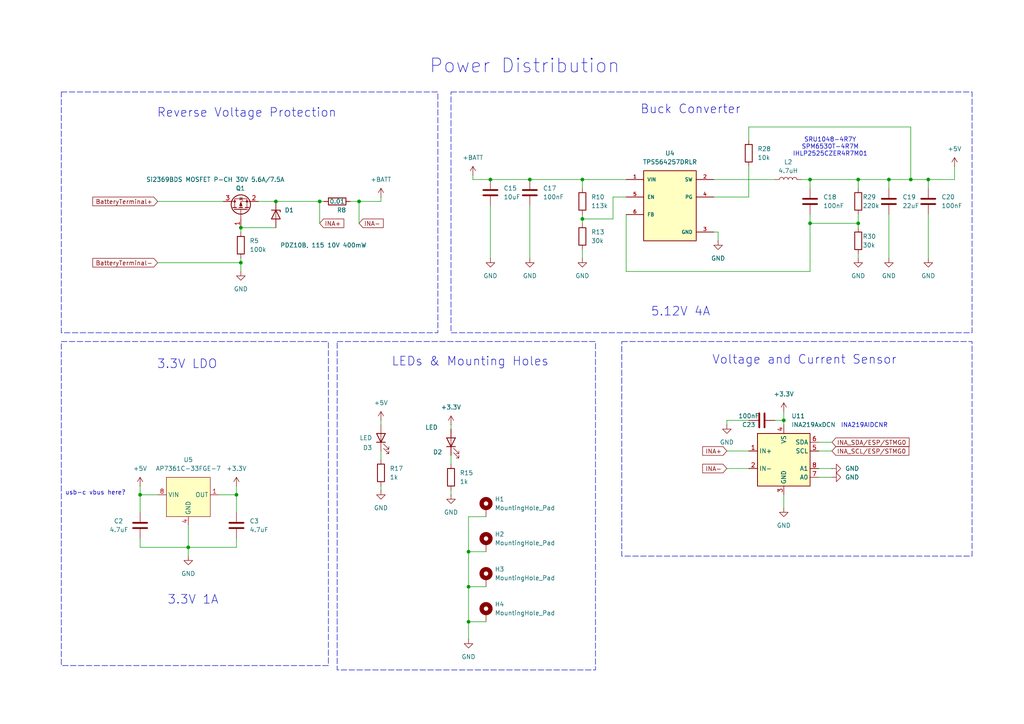
<source format=kicad_sch>
(kicad_sch
	(version 20231120)
	(generator "eeschema")
	(generator_version "8.0")
	(uuid "fce96efd-6640-4418-a32c-47f5188a16db")
	(paper "A4")
	(title_block
		(title "General Purpose Avionics")
		(date "2024-03-17")
		(rev "B")
	)
	(lib_symbols
		(symbol "CustomLibrary:AP7361C-33FGE-7"
			(exclude_from_sim no)
			(in_bom yes)
			(on_board yes)
			(property "Reference" "U"
				(at 5.08 -6.35 0)
				(effects
					(font
						(size 1.27 1.27)
					)
				)
			)
			(property "Value" "AP7361C-33FGE-7"
				(at -1.27 7.62 0)
				(effects
					(font
						(size 1.27 1.27)
					)
				)
			)
			(property "Footprint" "Package_DFN_QFN:MLF-8-1EP_3x3mm_P0.65mm_EP1.55x2.3mm"
				(at 31.75 25.4 0)
				(effects
					(font
						(size 1.27 1.27)
					)
					(hide yes)
				)
			)
			(property "Datasheet" "https://www.diodes.com/assets/Datasheets/AP7361C.pdf"
				(at 27.94 27.94 0)
				(effects
					(font
						(size 1.27 1.27)
					)
					(hide yes)
				)
			)
			(property "Description" ""
				(at 0 0 0)
				(effects
					(font
						(size 1.27 1.27)
					)
					(hide yes)
				)
			)
			(property "Digikey" "https://www.digikey.in/en/products/detail/diodes-incorporated/AP7361C-33FGE-7/5638320"
				(at 46.99 22.86 0)
				(effects
					(font
						(size 1.27 1.27)
					)
					(hide yes)
				)
			)
			(symbol "AP7361C-33FGE-7_1_1"
				(rectangle
					(start -6.35 6.35)
					(end 6.35 -5.08)
					(stroke
						(width 0)
						(type default)
					)
					(fill
						(type background)
					)
				)
				(pin power_out line
					(at 8.89 1.27 180)
					(length 2.54)
					(name "OUT"
						(effects
							(font
								(size 1.27 1.27)
							)
						)
					)
					(number "1"
						(effects
							(font
								(size 1.27 1.27)
							)
						)
					)
				)
				(pin power_in line
					(at 0 -7.62 90)
					(length 2.54)
					(name "GND"
						(effects
							(font
								(size 1.27 1.27)
							)
						)
					)
					(number "4"
						(effects
							(font
								(size 1.27 1.27)
							)
						)
					)
				)
				(pin power_in line
					(at -8.89 1.27 0)
					(length 2.54)
					(name "VIN"
						(effects
							(font
								(size 1.27 1.27)
							)
						)
					)
					(number "8"
						(effects
							(font
								(size 1.27 1.27)
							)
						)
					)
				)
			)
		)
		(symbol "Device:C"
			(pin_numbers hide)
			(pin_names
				(offset 0.254)
			)
			(exclude_from_sim no)
			(in_bom yes)
			(on_board yes)
			(property "Reference" "C"
				(at 0.635 2.54 0)
				(effects
					(font
						(size 1.27 1.27)
					)
					(justify left)
				)
			)
			(property "Value" "C"
				(at 0.635 -2.54 0)
				(effects
					(font
						(size 1.27 1.27)
					)
					(justify left)
				)
			)
			(property "Footprint" ""
				(at 0.9652 -3.81 0)
				(effects
					(font
						(size 1.27 1.27)
					)
					(hide yes)
				)
			)
			(property "Datasheet" "~"
				(at 0 0 0)
				(effects
					(font
						(size 1.27 1.27)
					)
					(hide yes)
				)
			)
			(property "Description" "Unpolarized capacitor"
				(at 0 0 0)
				(effects
					(font
						(size 1.27 1.27)
					)
					(hide yes)
				)
			)
			(property "ki_keywords" "cap capacitor"
				(at 0 0 0)
				(effects
					(font
						(size 1.27 1.27)
					)
					(hide yes)
				)
			)
			(property "ki_fp_filters" "C_*"
				(at 0 0 0)
				(effects
					(font
						(size 1.27 1.27)
					)
					(hide yes)
				)
			)
			(symbol "C_0_1"
				(polyline
					(pts
						(xy -2.032 -0.762) (xy 2.032 -0.762)
					)
					(stroke
						(width 0.508)
						(type default)
					)
					(fill
						(type none)
					)
				)
				(polyline
					(pts
						(xy -2.032 0.762) (xy 2.032 0.762)
					)
					(stroke
						(width 0.508)
						(type default)
					)
					(fill
						(type none)
					)
				)
			)
			(symbol "C_1_1"
				(pin passive line
					(at 0 3.81 270)
					(length 2.794)
					(name "~"
						(effects
							(font
								(size 1.27 1.27)
							)
						)
					)
					(number "1"
						(effects
							(font
								(size 1.27 1.27)
							)
						)
					)
				)
				(pin passive line
					(at 0 -3.81 90)
					(length 2.794)
					(name "~"
						(effects
							(font
								(size 1.27 1.27)
							)
						)
					)
					(number "2"
						(effects
							(font
								(size 1.27 1.27)
							)
						)
					)
				)
			)
		)
		(symbol "Device:D_Zener"
			(pin_numbers hide)
			(pin_names
				(offset 1.016) hide)
			(exclude_from_sim no)
			(in_bom yes)
			(on_board yes)
			(property "Reference" "D"
				(at 0 2.54 0)
				(effects
					(font
						(size 1.27 1.27)
					)
				)
			)
			(property "Value" "D_Zener"
				(at 0 -2.54 0)
				(effects
					(font
						(size 1.27 1.27)
					)
				)
			)
			(property "Footprint" ""
				(at 0 0 0)
				(effects
					(font
						(size 1.27 1.27)
					)
					(hide yes)
				)
			)
			(property "Datasheet" "~"
				(at 0 0 0)
				(effects
					(font
						(size 1.27 1.27)
					)
					(hide yes)
				)
			)
			(property "Description" "Zener diode"
				(at 0 0 0)
				(effects
					(font
						(size 1.27 1.27)
					)
					(hide yes)
				)
			)
			(property "ki_keywords" "diode"
				(at 0 0 0)
				(effects
					(font
						(size 1.27 1.27)
					)
					(hide yes)
				)
			)
			(property "ki_fp_filters" "TO-???* *_Diode_* *SingleDiode* D_*"
				(at 0 0 0)
				(effects
					(font
						(size 1.27 1.27)
					)
					(hide yes)
				)
			)
			(symbol "D_Zener_0_1"
				(polyline
					(pts
						(xy 1.27 0) (xy -1.27 0)
					)
					(stroke
						(width 0)
						(type default)
					)
					(fill
						(type none)
					)
				)
				(polyline
					(pts
						(xy -1.27 -1.27) (xy -1.27 1.27) (xy -0.762 1.27)
					)
					(stroke
						(width 0.254)
						(type default)
					)
					(fill
						(type none)
					)
				)
				(polyline
					(pts
						(xy 1.27 -1.27) (xy 1.27 1.27) (xy -1.27 0) (xy 1.27 -1.27)
					)
					(stroke
						(width 0.254)
						(type default)
					)
					(fill
						(type none)
					)
				)
			)
			(symbol "D_Zener_1_1"
				(pin passive line
					(at -3.81 0 0)
					(length 2.54)
					(name "K"
						(effects
							(font
								(size 1.27 1.27)
							)
						)
					)
					(number "1"
						(effects
							(font
								(size 1.27 1.27)
							)
						)
					)
				)
				(pin passive line
					(at 3.81 0 180)
					(length 2.54)
					(name "A"
						(effects
							(font
								(size 1.27 1.27)
							)
						)
					)
					(number "2"
						(effects
							(font
								(size 1.27 1.27)
							)
						)
					)
				)
			)
		)
		(symbol "Device:L"
			(pin_numbers hide)
			(pin_names
				(offset 1.016) hide)
			(exclude_from_sim no)
			(in_bom yes)
			(on_board yes)
			(property "Reference" "L"
				(at -1.27 0 90)
				(effects
					(font
						(size 1.27 1.27)
					)
				)
			)
			(property "Value" "L"
				(at 1.905 0 90)
				(effects
					(font
						(size 1.27 1.27)
					)
				)
			)
			(property "Footprint" ""
				(at 0 0 0)
				(effects
					(font
						(size 1.27 1.27)
					)
					(hide yes)
				)
			)
			(property "Datasheet" "~"
				(at 0 0 0)
				(effects
					(font
						(size 1.27 1.27)
					)
					(hide yes)
				)
			)
			(property "Description" "Inductor"
				(at 0 0 0)
				(effects
					(font
						(size 1.27 1.27)
					)
					(hide yes)
				)
			)
			(property "ki_keywords" "inductor choke coil reactor magnetic"
				(at 0 0 0)
				(effects
					(font
						(size 1.27 1.27)
					)
					(hide yes)
				)
			)
			(property "ki_fp_filters" "Choke_* *Coil* Inductor_* L_*"
				(at 0 0 0)
				(effects
					(font
						(size 1.27 1.27)
					)
					(hide yes)
				)
			)
			(symbol "L_0_1"
				(arc
					(start 0 -2.54)
					(mid 0.6323 -1.905)
					(end 0 -1.27)
					(stroke
						(width 0)
						(type default)
					)
					(fill
						(type none)
					)
				)
				(arc
					(start 0 -1.27)
					(mid 0.6323 -0.635)
					(end 0 0)
					(stroke
						(width 0)
						(type default)
					)
					(fill
						(type none)
					)
				)
				(arc
					(start 0 0)
					(mid 0.6323 0.635)
					(end 0 1.27)
					(stroke
						(width 0)
						(type default)
					)
					(fill
						(type none)
					)
				)
				(arc
					(start 0 1.27)
					(mid 0.6323 1.905)
					(end 0 2.54)
					(stroke
						(width 0)
						(type default)
					)
					(fill
						(type none)
					)
				)
			)
			(symbol "L_1_1"
				(pin passive line
					(at 0 3.81 270)
					(length 1.27)
					(name "1"
						(effects
							(font
								(size 1.27 1.27)
							)
						)
					)
					(number "1"
						(effects
							(font
								(size 1.27 1.27)
							)
						)
					)
				)
				(pin passive line
					(at 0 -3.81 90)
					(length 1.27)
					(name "2"
						(effects
							(font
								(size 1.27 1.27)
							)
						)
					)
					(number "2"
						(effects
							(font
								(size 1.27 1.27)
							)
						)
					)
				)
			)
		)
		(symbol "Device:LED"
			(pin_numbers hide)
			(pin_names
				(offset 1.016) hide)
			(exclude_from_sim no)
			(in_bom yes)
			(on_board yes)
			(property "Reference" "D"
				(at 0 2.54 0)
				(effects
					(font
						(size 1.27 1.27)
					)
				)
			)
			(property "Value" "LED"
				(at 0 -2.54 0)
				(effects
					(font
						(size 1.27 1.27)
					)
				)
			)
			(property "Footprint" ""
				(at 0 0 0)
				(effects
					(font
						(size 1.27 1.27)
					)
					(hide yes)
				)
			)
			(property "Datasheet" "~"
				(at 0 0 0)
				(effects
					(font
						(size 1.27 1.27)
					)
					(hide yes)
				)
			)
			(property "Description" "Light emitting diode"
				(at 0 0 0)
				(effects
					(font
						(size 1.27 1.27)
					)
					(hide yes)
				)
			)
			(property "ki_keywords" "LED diode"
				(at 0 0 0)
				(effects
					(font
						(size 1.27 1.27)
					)
					(hide yes)
				)
			)
			(property "ki_fp_filters" "LED* LED_SMD:* LED_THT:*"
				(at 0 0 0)
				(effects
					(font
						(size 1.27 1.27)
					)
					(hide yes)
				)
			)
			(symbol "LED_0_1"
				(polyline
					(pts
						(xy -1.27 -1.27) (xy -1.27 1.27)
					)
					(stroke
						(width 0.254)
						(type default)
					)
					(fill
						(type none)
					)
				)
				(polyline
					(pts
						(xy -1.27 0) (xy 1.27 0)
					)
					(stroke
						(width 0)
						(type default)
					)
					(fill
						(type none)
					)
				)
				(polyline
					(pts
						(xy 1.27 -1.27) (xy 1.27 1.27) (xy -1.27 0) (xy 1.27 -1.27)
					)
					(stroke
						(width 0.254)
						(type default)
					)
					(fill
						(type none)
					)
				)
				(polyline
					(pts
						(xy -3.048 -0.762) (xy -4.572 -2.286) (xy -3.81 -2.286) (xy -4.572 -2.286) (xy -4.572 -1.524)
					)
					(stroke
						(width 0)
						(type default)
					)
					(fill
						(type none)
					)
				)
				(polyline
					(pts
						(xy -1.778 -0.762) (xy -3.302 -2.286) (xy -2.54 -2.286) (xy -3.302 -2.286) (xy -3.302 -1.524)
					)
					(stroke
						(width 0)
						(type default)
					)
					(fill
						(type none)
					)
				)
			)
			(symbol "LED_1_1"
				(pin passive line
					(at -3.81 0 0)
					(length 2.54)
					(name "K"
						(effects
							(font
								(size 1.27 1.27)
							)
						)
					)
					(number "1"
						(effects
							(font
								(size 1.27 1.27)
							)
						)
					)
				)
				(pin passive line
					(at 3.81 0 180)
					(length 2.54)
					(name "A"
						(effects
							(font
								(size 1.27 1.27)
							)
						)
					)
					(number "2"
						(effects
							(font
								(size 1.27 1.27)
							)
						)
					)
				)
			)
		)
		(symbol "Device:R"
			(pin_numbers hide)
			(pin_names
				(offset 0)
			)
			(exclude_from_sim no)
			(in_bom yes)
			(on_board yes)
			(property "Reference" "R"
				(at 2.032 0 90)
				(effects
					(font
						(size 1.27 1.27)
					)
				)
			)
			(property "Value" "R"
				(at 0 0 90)
				(effects
					(font
						(size 1.27 1.27)
					)
				)
			)
			(property "Footprint" ""
				(at -1.778 0 90)
				(effects
					(font
						(size 1.27 1.27)
					)
					(hide yes)
				)
			)
			(property "Datasheet" "~"
				(at 0 0 0)
				(effects
					(font
						(size 1.27 1.27)
					)
					(hide yes)
				)
			)
			(property "Description" "Resistor"
				(at 0 0 0)
				(effects
					(font
						(size 1.27 1.27)
					)
					(hide yes)
				)
			)
			(property "ki_keywords" "R res resistor"
				(at 0 0 0)
				(effects
					(font
						(size 1.27 1.27)
					)
					(hide yes)
				)
			)
			(property "ki_fp_filters" "R_*"
				(at 0 0 0)
				(effects
					(font
						(size 1.27 1.27)
					)
					(hide yes)
				)
			)
			(symbol "R_0_1"
				(rectangle
					(start -1.016 -2.54)
					(end 1.016 2.54)
					(stroke
						(width 0.254)
						(type default)
					)
					(fill
						(type none)
					)
				)
			)
			(symbol "R_1_1"
				(pin passive line
					(at 0 3.81 270)
					(length 1.27)
					(name "~"
						(effects
							(font
								(size 1.27 1.27)
							)
						)
					)
					(number "1"
						(effects
							(font
								(size 1.27 1.27)
							)
						)
					)
				)
				(pin passive line
					(at 0 -3.81 90)
					(length 1.27)
					(name "~"
						(effects
							(font
								(size 1.27 1.27)
							)
						)
					)
					(number "2"
						(effects
							(font
								(size 1.27 1.27)
							)
						)
					)
				)
			)
		)
		(symbol "Mechanical:MountingHole_Pad"
			(pin_numbers hide)
			(pin_names
				(offset 1.016) hide)
			(exclude_from_sim no)
			(in_bom yes)
			(on_board yes)
			(property "Reference" "H"
				(at 0 6.35 0)
				(effects
					(font
						(size 1.27 1.27)
					)
				)
			)
			(property "Value" "MountingHole_Pad"
				(at 0 4.445 0)
				(effects
					(font
						(size 1.27 1.27)
					)
				)
			)
			(property "Footprint" ""
				(at 0 0 0)
				(effects
					(font
						(size 1.27 1.27)
					)
					(hide yes)
				)
			)
			(property "Datasheet" "~"
				(at 0 0 0)
				(effects
					(font
						(size 1.27 1.27)
					)
					(hide yes)
				)
			)
			(property "Description" "Mounting Hole with connection"
				(at 0 0 0)
				(effects
					(font
						(size 1.27 1.27)
					)
					(hide yes)
				)
			)
			(property "ki_keywords" "mounting hole"
				(at 0 0 0)
				(effects
					(font
						(size 1.27 1.27)
					)
					(hide yes)
				)
			)
			(property "ki_fp_filters" "MountingHole*Pad*"
				(at 0 0 0)
				(effects
					(font
						(size 1.27 1.27)
					)
					(hide yes)
				)
			)
			(symbol "MountingHole_Pad_0_1"
				(circle
					(center 0 1.27)
					(radius 1.27)
					(stroke
						(width 1.27)
						(type default)
					)
					(fill
						(type none)
					)
				)
			)
			(symbol "MountingHole_Pad_1_1"
				(pin input line
					(at 0 -2.54 90)
					(length 2.54)
					(name "1"
						(effects
							(font
								(size 1.27 1.27)
							)
						)
					)
					(number "1"
						(effects
							(font
								(size 1.27 1.27)
							)
						)
					)
				)
			)
		)
		(symbol "Sensor_Energy:INA219AxDCN"
			(exclude_from_sim no)
			(in_bom yes)
			(on_board yes)
			(property "Reference" "U"
				(at -6.35 8.89 0)
				(effects
					(font
						(size 1.27 1.27)
					)
				)
			)
			(property "Value" "INA219AxDCN"
				(at 6.35 8.89 0)
				(effects
					(font
						(size 1.27 1.27)
					)
				)
			)
			(property "Footprint" "Package_TO_SOT_SMD:SOT-23-8"
				(at 16.51 -8.89 0)
				(effects
					(font
						(size 1.27 1.27)
					)
					(hide yes)
				)
			)
			(property "Datasheet" "http://www.ti.com/lit/ds/symlink/ina219.pdf"
				(at 8.89 -2.54 0)
				(effects
					(font
						(size 1.27 1.27)
					)
					(hide yes)
				)
			)
			(property "Description" "Zero-Drift, Bidirectional Current/Power Monitor (0-26V) With I2C Interface, SOT-23-8"
				(at 0 0 0)
				(effects
					(font
						(size 1.27 1.27)
					)
					(hide yes)
				)
			)
			(property "ki_keywords" "ADC I2C 16-Bit Oversampling Current Shunt"
				(at 0 0 0)
				(effects
					(font
						(size 1.27 1.27)
					)
					(hide yes)
				)
			)
			(property "ki_fp_filters" "SOT?23*"
				(at 0 0 0)
				(effects
					(font
						(size 1.27 1.27)
					)
					(hide yes)
				)
			)
			(symbol "INA219AxDCN_0_1"
				(rectangle
					(start -7.62 7.62)
					(end 7.62 -7.62)
					(stroke
						(width 0.254)
						(type default)
					)
					(fill
						(type background)
					)
				)
			)
			(symbol "INA219AxDCN_1_1"
				(pin input line
					(at -10.16 2.54 0)
					(length 2.54)
					(name "IN+"
						(effects
							(font
								(size 1.27 1.27)
							)
						)
					)
					(number "1"
						(effects
							(font
								(size 1.27 1.27)
							)
						)
					)
				)
				(pin input line
					(at -10.16 -2.54 0)
					(length 2.54)
					(name "IN-"
						(effects
							(font
								(size 1.27 1.27)
							)
						)
					)
					(number "2"
						(effects
							(font
								(size 1.27 1.27)
							)
						)
					)
				)
				(pin power_in line
					(at 0 -10.16 90)
					(length 2.54)
					(name "GND"
						(effects
							(font
								(size 1.27 1.27)
							)
						)
					)
					(number "3"
						(effects
							(font
								(size 1.27 1.27)
							)
						)
					)
				)
				(pin power_in line
					(at 0 10.16 270)
					(length 2.54)
					(name "VS"
						(effects
							(font
								(size 1.27 1.27)
							)
						)
					)
					(number "4"
						(effects
							(font
								(size 1.27 1.27)
							)
						)
					)
				)
				(pin input line
					(at 10.16 2.54 180)
					(length 2.54)
					(name "SCL"
						(effects
							(font
								(size 1.27 1.27)
							)
						)
					)
					(number "5"
						(effects
							(font
								(size 1.27 1.27)
							)
						)
					)
				)
				(pin bidirectional line
					(at 10.16 5.08 180)
					(length 2.54)
					(name "SDA"
						(effects
							(font
								(size 1.27 1.27)
							)
						)
					)
					(number "6"
						(effects
							(font
								(size 1.27 1.27)
							)
						)
					)
				)
				(pin input line
					(at 10.16 -5.08 180)
					(length 2.54)
					(name "A0"
						(effects
							(font
								(size 1.27 1.27)
							)
						)
					)
					(number "7"
						(effects
							(font
								(size 1.27 1.27)
							)
						)
					)
				)
				(pin input line
					(at 10.16 -2.54 180)
					(length 2.54)
					(name "A1"
						(effects
							(font
								(size 1.27 1.27)
							)
						)
					)
					(number "8"
						(effects
							(font
								(size 1.27 1.27)
							)
						)
					)
				)
			)
		)
		(symbol "TPS564257DRLR:TPS564257DRLR"
			(pin_names
				(offset 1.016)
			)
			(exclude_from_sim no)
			(in_bom yes)
			(on_board yes)
			(property "Reference" "U"
				(at -7.62 12.7 0)
				(effects
					(font
						(size 1.27 1.27)
					)
					(justify left top)
				)
			)
			(property "Value" "TPS564257DRLR"
				(at -7.62 -12.7 0)
				(effects
					(font
						(size 1.27 1.27)
					)
					(justify left bottom)
				)
			)
			(property "Footprint" "TPS564257DRLR:SOT50P160X60-6N"
				(at 0 0 0)
				(effects
					(font
						(size 1.27 1.27)
					)
					(justify bottom)
					(hide yes)
				)
			)
			(property "Datasheet" ""
				(at 0 0 0)
				(effects
					(font
						(size 1.27 1.27)
					)
					(hide yes)
				)
			)
			(property "Description" ""
				(at 0 0 0)
				(effects
					(font
						(size 1.27 1.27)
					)
					(hide yes)
				)
			)
			(property "PARTREV" "A"
				(at 0 0 0)
				(effects
					(font
						(size 1.27 1.27)
					)
					(justify bottom)
					(hide yes)
				)
			)
			(property "STANDARD" "IPC-7351B"
				(at 0 0 0)
				(effects
					(font
						(size 1.27 1.27)
					)
					(justify bottom)
					(hide yes)
				)
			)
			(property "MAXIMUM_PACKAGE_HEIGHT" "0.60mm"
				(at 0 0 0)
				(effects
					(font
						(size 1.27 1.27)
					)
					(justify bottom)
					(hide yes)
				)
			)
			(property "MANUFACTURER" "Texas Instruments"
				(at 0 0 0)
				(effects
					(font
						(size 1.27 1.27)
					)
					(justify bottom)
					(hide yes)
				)
			)
			(symbol "TPS564257DRLR_0_0"
				(rectangle
					(start -7.62 -10.16)
					(end 7.62 10.16)
					(stroke
						(width 0.254)
						(type default)
					)
					(fill
						(type background)
					)
				)
				(pin power_in line
					(at -12.7 7.62 0)
					(length 5.08)
					(name "VIN"
						(effects
							(font
								(size 1.016 1.016)
							)
						)
					)
					(number "1"
						(effects
							(font
								(size 1.016 1.016)
							)
						)
					)
				)
				(pin power_in line
					(at 12.7 7.62 180)
					(length 5.08)
					(name "SW"
						(effects
							(font
								(size 1.016 1.016)
							)
						)
					)
					(number "2"
						(effects
							(font
								(size 1.016 1.016)
							)
						)
					)
				)
				(pin power_in line
					(at 12.7 -7.62 180)
					(length 5.08)
					(name "GND"
						(effects
							(font
								(size 1.016 1.016)
							)
						)
					)
					(number "3"
						(effects
							(font
								(size 1.016 1.016)
							)
						)
					)
				)
				(pin output line
					(at 12.7 2.54 180)
					(length 5.08)
					(name "PG"
						(effects
							(font
								(size 1.016 1.016)
							)
						)
					)
					(number "4"
						(effects
							(font
								(size 1.016 1.016)
							)
						)
					)
				)
				(pin input line
					(at -12.7 2.54 0)
					(length 5.08)
					(name "EN"
						(effects
							(font
								(size 1.016 1.016)
							)
						)
					)
					(number "5"
						(effects
							(font
								(size 1.016 1.016)
							)
						)
					)
				)
				(pin input line
					(at -12.7 -2.54 0)
					(length 5.08)
					(name "FB"
						(effects
							(font
								(size 1.016 1.016)
							)
						)
					)
					(number "6"
						(effects
							(font
								(size 1.016 1.016)
							)
						)
					)
				)
			)
		)
		(symbol "Transistor_FET:Si2371EDS"
			(pin_names hide)
			(exclude_from_sim no)
			(in_bom yes)
			(on_board yes)
			(property "Reference" "Q"
				(at 5.08 1.905 0)
				(effects
					(font
						(size 1.27 1.27)
					)
					(justify left)
				)
			)
			(property "Value" "Si2371EDS"
				(at 5.08 0 0)
				(effects
					(font
						(size 1.27 1.27)
					)
					(justify left)
				)
			)
			(property "Footprint" "Package_TO_SOT_SMD:SOT-23"
				(at 5.08 -1.905 0)
				(effects
					(font
						(size 1.27 1.27)
						(italic yes)
					)
					(justify left)
					(hide yes)
				)
			)
			(property "Datasheet" "http://www.vishay.com/docs/63924/si2371eds.pdf"
				(at 5.08 -3.81 0)
				(effects
					(font
						(size 1.27 1.27)
					)
					(justify left)
					(hide yes)
				)
			)
			(property "Description" "-3.6A Id, -30V Vds, P-Channel MOSFET, SOT-23"
				(at 0 0 0)
				(effects
					(font
						(size 1.27 1.27)
					)
					(hide yes)
				)
			)
			(property "ki_keywords" "P-Channel MOSFET"
				(at 0 0 0)
				(effects
					(font
						(size 1.27 1.27)
					)
					(hide yes)
				)
			)
			(property "ki_fp_filters" "SOT?23*"
				(at 0 0 0)
				(effects
					(font
						(size 1.27 1.27)
					)
					(hide yes)
				)
			)
			(symbol "Si2371EDS_0_1"
				(polyline
					(pts
						(xy 0.254 0) (xy -2.54 0)
					)
					(stroke
						(width 0)
						(type default)
					)
					(fill
						(type none)
					)
				)
				(polyline
					(pts
						(xy 0.254 1.905) (xy 0.254 -1.905)
					)
					(stroke
						(width 0.254)
						(type default)
					)
					(fill
						(type none)
					)
				)
				(polyline
					(pts
						(xy 0.762 -1.27) (xy 0.762 -2.286)
					)
					(stroke
						(width 0.254)
						(type default)
					)
					(fill
						(type none)
					)
				)
				(polyline
					(pts
						(xy 0.762 0.508) (xy 0.762 -0.508)
					)
					(stroke
						(width 0.254)
						(type default)
					)
					(fill
						(type none)
					)
				)
				(polyline
					(pts
						(xy 0.762 2.286) (xy 0.762 1.27)
					)
					(stroke
						(width 0.254)
						(type default)
					)
					(fill
						(type none)
					)
				)
				(polyline
					(pts
						(xy 2.54 2.54) (xy 2.54 1.778)
					)
					(stroke
						(width 0)
						(type default)
					)
					(fill
						(type none)
					)
				)
				(polyline
					(pts
						(xy 2.54 -2.54) (xy 2.54 0) (xy 0.762 0)
					)
					(stroke
						(width 0)
						(type default)
					)
					(fill
						(type none)
					)
				)
				(polyline
					(pts
						(xy 0.762 1.778) (xy 3.302 1.778) (xy 3.302 -1.778) (xy 0.762 -1.778)
					)
					(stroke
						(width 0)
						(type default)
					)
					(fill
						(type none)
					)
				)
				(polyline
					(pts
						(xy 2.286 0) (xy 1.27 0.381) (xy 1.27 -0.381) (xy 2.286 0)
					)
					(stroke
						(width 0)
						(type default)
					)
					(fill
						(type outline)
					)
				)
				(polyline
					(pts
						(xy 2.794 -0.508) (xy 2.921 -0.381) (xy 3.683 -0.381) (xy 3.81 -0.254)
					)
					(stroke
						(width 0)
						(type default)
					)
					(fill
						(type none)
					)
				)
				(polyline
					(pts
						(xy 3.302 -0.381) (xy 2.921 0.254) (xy 3.683 0.254) (xy 3.302 -0.381)
					)
					(stroke
						(width 0)
						(type default)
					)
					(fill
						(type none)
					)
				)
				(circle
					(center 1.651 0)
					(radius 2.794)
					(stroke
						(width 0.254)
						(type default)
					)
					(fill
						(type none)
					)
				)
				(circle
					(center 2.54 -1.778)
					(radius 0.254)
					(stroke
						(width 0)
						(type default)
					)
					(fill
						(type outline)
					)
				)
				(circle
					(center 2.54 1.778)
					(radius 0.254)
					(stroke
						(width 0)
						(type default)
					)
					(fill
						(type outline)
					)
				)
			)
			(symbol "Si2371EDS_1_1"
				(pin input line
					(at -5.08 0 0)
					(length 2.54)
					(name "G"
						(effects
							(font
								(size 1.27 1.27)
							)
						)
					)
					(number "1"
						(effects
							(font
								(size 1.27 1.27)
							)
						)
					)
				)
				(pin passive line
					(at 2.54 -5.08 90)
					(length 2.54)
					(name "S"
						(effects
							(font
								(size 1.27 1.27)
							)
						)
					)
					(number "2"
						(effects
							(font
								(size 1.27 1.27)
							)
						)
					)
				)
				(pin passive line
					(at 2.54 5.08 270)
					(length 2.54)
					(name "D"
						(effects
							(font
								(size 1.27 1.27)
							)
						)
					)
					(number "3"
						(effects
							(font
								(size 1.27 1.27)
							)
						)
					)
				)
			)
		)
		(symbol "power:+3.3V"
			(power)
			(pin_numbers hide)
			(pin_names
				(offset 0) hide)
			(exclude_from_sim no)
			(in_bom yes)
			(on_board yes)
			(property "Reference" "#PWR"
				(at 0 -3.81 0)
				(effects
					(font
						(size 1.27 1.27)
					)
					(hide yes)
				)
			)
			(property "Value" "+3.3V"
				(at 0 3.556 0)
				(effects
					(font
						(size 1.27 1.27)
					)
				)
			)
			(property "Footprint" ""
				(at 0 0 0)
				(effects
					(font
						(size 1.27 1.27)
					)
					(hide yes)
				)
			)
			(property "Datasheet" ""
				(at 0 0 0)
				(effects
					(font
						(size 1.27 1.27)
					)
					(hide yes)
				)
			)
			(property "Description" "Power symbol creates a global label with name \"+3.3V\""
				(at 0 0 0)
				(effects
					(font
						(size 1.27 1.27)
					)
					(hide yes)
				)
			)
			(property "ki_keywords" "global power"
				(at 0 0 0)
				(effects
					(font
						(size 1.27 1.27)
					)
					(hide yes)
				)
			)
			(symbol "+3.3V_0_1"
				(polyline
					(pts
						(xy -0.762 1.27) (xy 0 2.54)
					)
					(stroke
						(width 0)
						(type default)
					)
					(fill
						(type none)
					)
				)
				(polyline
					(pts
						(xy 0 0) (xy 0 2.54)
					)
					(stroke
						(width 0)
						(type default)
					)
					(fill
						(type none)
					)
				)
				(polyline
					(pts
						(xy 0 2.54) (xy 0.762 1.27)
					)
					(stroke
						(width 0)
						(type default)
					)
					(fill
						(type none)
					)
				)
			)
			(symbol "+3.3V_1_1"
				(pin power_in line
					(at 0 0 90)
					(length 0)
					(name "~"
						(effects
							(font
								(size 1.27 1.27)
							)
						)
					)
					(number "1"
						(effects
							(font
								(size 1.27 1.27)
							)
						)
					)
				)
			)
		)
		(symbol "power:+5V"
			(power)
			(pin_numbers hide)
			(pin_names
				(offset 0) hide)
			(exclude_from_sim no)
			(in_bom yes)
			(on_board yes)
			(property "Reference" "#PWR"
				(at 0 -3.81 0)
				(effects
					(font
						(size 1.27 1.27)
					)
					(hide yes)
				)
			)
			(property "Value" "+5V"
				(at 0 3.556 0)
				(effects
					(font
						(size 1.27 1.27)
					)
				)
			)
			(property "Footprint" ""
				(at 0 0 0)
				(effects
					(font
						(size 1.27 1.27)
					)
					(hide yes)
				)
			)
			(property "Datasheet" ""
				(at 0 0 0)
				(effects
					(font
						(size 1.27 1.27)
					)
					(hide yes)
				)
			)
			(property "Description" "Power symbol creates a global label with name \"+5V\""
				(at 0 0 0)
				(effects
					(font
						(size 1.27 1.27)
					)
					(hide yes)
				)
			)
			(property "ki_keywords" "global power"
				(at 0 0 0)
				(effects
					(font
						(size 1.27 1.27)
					)
					(hide yes)
				)
			)
			(symbol "+5V_0_1"
				(polyline
					(pts
						(xy -0.762 1.27) (xy 0 2.54)
					)
					(stroke
						(width 0)
						(type default)
					)
					(fill
						(type none)
					)
				)
				(polyline
					(pts
						(xy 0 0) (xy 0 2.54)
					)
					(stroke
						(width 0)
						(type default)
					)
					(fill
						(type none)
					)
				)
				(polyline
					(pts
						(xy 0 2.54) (xy 0.762 1.27)
					)
					(stroke
						(width 0)
						(type default)
					)
					(fill
						(type none)
					)
				)
			)
			(symbol "+5V_1_1"
				(pin power_in line
					(at 0 0 90)
					(length 0)
					(name "~"
						(effects
							(font
								(size 1.27 1.27)
							)
						)
					)
					(number "1"
						(effects
							(font
								(size 1.27 1.27)
							)
						)
					)
				)
			)
		)
		(symbol "power:+BATT"
			(power)
			(pin_numbers hide)
			(pin_names
				(offset 0) hide)
			(exclude_from_sim no)
			(in_bom yes)
			(on_board yes)
			(property "Reference" "#PWR"
				(at 0 -3.81 0)
				(effects
					(font
						(size 1.27 1.27)
					)
					(hide yes)
				)
			)
			(property "Value" "+BATT"
				(at 0 3.556 0)
				(effects
					(font
						(size 1.27 1.27)
					)
				)
			)
			(property "Footprint" ""
				(at 0 0 0)
				(effects
					(font
						(size 1.27 1.27)
					)
					(hide yes)
				)
			)
			(property "Datasheet" ""
				(at 0 0 0)
				(effects
					(font
						(size 1.27 1.27)
					)
					(hide yes)
				)
			)
			(property "Description" "Power symbol creates a global label with name \"+BATT\""
				(at 0 0 0)
				(effects
					(font
						(size 1.27 1.27)
					)
					(hide yes)
				)
			)
			(property "ki_keywords" "global power battery"
				(at 0 0 0)
				(effects
					(font
						(size 1.27 1.27)
					)
					(hide yes)
				)
			)
			(symbol "+BATT_0_1"
				(polyline
					(pts
						(xy -0.762 1.27) (xy 0 2.54)
					)
					(stroke
						(width 0)
						(type default)
					)
					(fill
						(type none)
					)
				)
				(polyline
					(pts
						(xy 0 0) (xy 0 2.54)
					)
					(stroke
						(width 0)
						(type default)
					)
					(fill
						(type none)
					)
				)
				(polyline
					(pts
						(xy 0 2.54) (xy 0.762 1.27)
					)
					(stroke
						(width 0)
						(type default)
					)
					(fill
						(type none)
					)
				)
			)
			(symbol "+BATT_1_1"
				(pin power_in line
					(at 0 0 90)
					(length 0)
					(name "~"
						(effects
							(font
								(size 1.27 1.27)
							)
						)
					)
					(number "1"
						(effects
							(font
								(size 1.27 1.27)
							)
						)
					)
				)
			)
		)
		(symbol "power:GND"
			(power)
			(pin_numbers hide)
			(pin_names
				(offset 0) hide)
			(exclude_from_sim no)
			(in_bom yes)
			(on_board yes)
			(property "Reference" "#PWR"
				(at 0 -6.35 0)
				(effects
					(font
						(size 1.27 1.27)
					)
					(hide yes)
				)
			)
			(property "Value" "GND"
				(at 0 -3.81 0)
				(effects
					(font
						(size 1.27 1.27)
					)
				)
			)
			(property "Footprint" ""
				(at 0 0 0)
				(effects
					(font
						(size 1.27 1.27)
					)
					(hide yes)
				)
			)
			(property "Datasheet" ""
				(at 0 0 0)
				(effects
					(font
						(size 1.27 1.27)
					)
					(hide yes)
				)
			)
			(property "Description" "Power symbol creates a global label with name \"GND\" , ground"
				(at 0 0 0)
				(effects
					(font
						(size 1.27 1.27)
					)
					(hide yes)
				)
			)
			(property "ki_keywords" "global power"
				(at 0 0 0)
				(effects
					(font
						(size 1.27 1.27)
					)
					(hide yes)
				)
			)
			(symbol "GND_0_1"
				(polyline
					(pts
						(xy 0 0) (xy 0 -1.27) (xy 1.27 -1.27) (xy 0 -2.54) (xy -1.27 -1.27) (xy 0 -1.27)
					)
					(stroke
						(width 0)
						(type default)
					)
					(fill
						(type none)
					)
				)
			)
			(symbol "GND_1_1"
				(pin power_in line
					(at 0 0 270)
					(length 0)
					(name "~"
						(effects
							(font
								(size 1.27 1.27)
							)
						)
					)
					(number "1"
						(effects
							(font
								(size 1.27 1.27)
							)
						)
					)
				)
			)
		)
	)
	(junction
		(at 168.91 52.07)
		(diameter 0)
		(color 0 0 0 0)
		(uuid "0c09315a-4673-4745-83d1-b4e6ecdb931a")
	)
	(junction
		(at 40.64 143.51)
		(diameter 0)
		(color 0 0 0 0)
		(uuid "0e8f099e-2bac-4112-aa07-06ee0f98f409")
	)
	(junction
		(at 80.01 58.42)
		(diameter 0)
		(color 0 0 0 0)
		(uuid "1d36805c-e8d2-4d2a-965c-08ea7c973a94")
	)
	(junction
		(at 269.24 52.07)
		(diameter 0)
		(color 0 0 0 0)
		(uuid "3459a7b9-16d4-4a7e-8d25-e9e3e7285e1c")
	)
	(junction
		(at 92.71 58.42)
		(diameter 0)
		(color 0 0 0 0)
		(uuid "35acdc73-6e9d-4ae1-a39d-4eb98c2337ed")
	)
	(junction
		(at 54.61 158.75)
		(diameter 0)
		(color 0 0 0 0)
		(uuid "3a241640-ccb3-4fe9-8121-a1779d44b2b0")
	)
	(junction
		(at 234.95 64.77)
		(diameter 0)
		(color 0 0 0 0)
		(uuid "42f4ccf8-db28-48b5-9852-f1577ef672cd")
	)
	(junction
		(at 135.89 170.18)
		(diameter 0)
		(color 0 0 0 0)
		(uuid "4a5bad8c-551b-44c7-ac84-4c0bbe45db88")
	)
	(junction
		(at 234.95 52.07)
		(diameter 0)
		(color 0 0 0 0)
		(uuid "4a8075a4-b0b2-4e10-85f6-f33a26810a27")
	)
	(junction
		(at 135.89 160.02)
		(diameter 0)
		(color 0 0 0 0)
		(uuid "61f83af9-6efc-4883-90ba-c14a341ee85d")
	)
	(junction
		(at 142.24 52.07)
		(diameter 0)
		(color 0 0 0 0)
		(uuid "63452239-906d-49c2-95d1-7dcc4718f822")
	)
	(junction
		(at 135.89 180.34)
		(diameter 0)
		(color 0 0 0 0)
		(uuid "643b75c7-d255-4b3a-b4dd-648d40011c15")
	)
	(junction
		(at 69.85 76.2)
		(diameter 0)
		(color 0 0 0 0)
		(uuid "7192b763-c40f-4883-b1c7-f827eab0d378")
	)
	(junction
		(at 68.58 143.51)
		(diameter 0)
		(color 0 0 0 0)
		(uuid "732666a0-4907-4354-bb36-d4f2c3098702")
	)
	(junction
		(at 168.91 63.5)
		(diameter 0)
		(color 0 0 0 0)
		(uuid "7664bc9e-a1be-4be8-8ee0-fe84f2d88e04")
	)
	(junction
		(at 248.92 52.07)
		(diameter 0)
		(color 0 0 0 0)
		(uuid "812144f2-137b-4e48-9779-c046a00b6039")
	)
	(junction
		(at 257.81 52.07)
		(diameter 0)
		(color 0 0 0 0)
		(uuid "96263b52-be58-4f6f-a382-d124f3aeeced")
	)
	(junction
		(at 69.85 66.04)
		(diameter 0)
		(color 0 0 0 0)
		(uuid "a5220e3a-e50d-4d49-8a62-f3fb14365c38")
	)
	(junction
		(at 264.16 52.07)
		(diameter 0)
		(color 0 0 0 0)
		(uuid "b14ed668-3019-4694-b515-34a4d8fb9882")
	)
	(junction
		(at 153.67 52.07)
		(diameter 0)
		(color 0 0 0 0)
		(uuid "bcd9df29-d296-4af6-b6f0-b12493c0b28f")
	)
	(junction
		(at 248.92 64.77)
		(diameter 0)
		(color 0 0 0 0)
		(uuid "c039363e-1570-440e-9782-6fdbaa1546f6")
	)
	(junction
		(at 104.14 58.42)
		(diameter 0)
		(color 0 0 0 0)
		(uuid "c6ddb1e7-67e8-4907-bef8-cdc8058bff72")
	)
	(junction
		(at 227.33 121.92)
		(diameter 0)
		(color 0 0 0 0)
		(uuid "fb9ee328-2392-43ad-b1c3-947b70e5fdc6")
	)
	(wire
		(pts
			(xy 40.64 158.75) (xy 54.61 158.75)
		)
		(stroke
			(width 0)
			(type default)
		)
		(uuid "01db5a86-225e-4551-852f-f9d23468b5f8")
	)
	(wire
		(pts
			(xy 257.81 52.07) (xy 248.92 52.07)
		)
		(stroke
			(width 0)
			(type default)
		)
		(uuid "05309a54-3087-4397-9de8-b53ba91b6bb2")
	)
	(wire
		(pts
			(xy 92.71 58.42) (xy 92.71 64.77)
		)
		(stroke
			(width 0)
			(type default)
		)
		(uuid "090c376d-a192-44cd-b6ba-bb9bc3e62a3e")
	)
	(wire
		(pts
			(xy 248.92 52.07) (xy 234.95 52.07)
		)
		(stroke
			(width 0)
			(type default)
		)
		(uuid "096217db-5556-4d67-8318-ea4780b4d0d0")
	)
	(wire
		(pts
			(xy 168.91 63.5) (xy 168.91 64.77)
		)
		(stroke
			(width 0)
			(type default)
		)
		(uuid "0d2e9d1f-8e67-4bc0-9819-05dbdb82d526")
	)
	(wire
		(pts
			(xy 269.24 52.07) (xy 264.16 52.07)
		)
		(stroke
			(width 0)
			(type default)
		)
		(uuid "0dd545d2-d4d0-42d2-ac46-3a531685377a")
	)
	(wire
		(pts
			(xy 208.28 67.31) (xy 208.28 69.85)
		)
		(stroke
			(width 0)
			(type default)
		)
		(uuid "15411aa1-df76-4e9e-9f08-366a9072d332")
	)
	(wire
		(pts
			(xy 69.85 67.31) (xy 69.85 66.04)
		)
		(stroke
			(width 0)
			(type default)
		)
		(uuid "163dd4a1-af50-4979-b792-9d6e0ef0d689")
	)
	(wire
		(pts
			(xy 68.58 158.75) (xy 68.58 156.21)
		)
		(stroke
			(width 0)
			(type default)
		)
		(uuid "171331f2-ef4e-4779-92a4-51b59f831401")
	)
	(wire
		(pts
			(xy 80.01 58.42) (xy 92.71 58.42)
		)
		(stroke
			(width 0)
			(type default)
		)
		(uuid "19813dba-8566-4cd4-b077-ccc21340e14b")
	)
	(wire
		(pts
			(xy 110.49 57.15) (xy 110.49 58.42)
		)
		(stroke
			(width 0)
			(type default)
		)
		(uuid "199dc665-a552-4bf4-a6fb-c2d45da04e28")
	)
	(wire
		(pts
			(xy 68.58 143.51) (xy 63.5 143.51)
		)
		(stroke
			(width 0)
			(type default)
		)
		(uuid "1e81cd3d-1342-45b0-a963-c34d6abaeadb")
	)
	(wire
		(pts
			(xy 234.95 62.23) (xy 234.95 64.77)
		)
		(stroke
			(width 0)
			(type default)
		)
		(uuid "2573b7e7-d25f-474d-89d6-222036702c13")
	)
	(wire
		(pts
			(xy 110.49 130.81) (xy 110.49 133.35)
		)
		(stroke
			(width 0)
			(type default)
		)
		(uuid "279bfaf0-4658-4278-9432-3bc5d8e9317b")
	)
	(wire
		(pts
			(xy 210.82 123.19) (xy 210.82 121.92)
		)
		(stroke
			(width 0)
			(type default)
		)
		(uuid "29ed6367-2ff1-4006-b14c-cd98a7d0386f")
	)
	(wire
		(pts
			(xy 248.92 73.66) (xy 248.92 74.93)
		)
		(stroke
			(width 0)
			(type default)
		)
		(uuid "2d7593af-872e-430a-97b2-3a33f223d5bb")
	)
	(wire
		(pts
			(xy 217.17 130.81) (xy 210.82 130.81)
		)
		(stroke
			(width 0)
			(type default)
		)
		(uuid "32d37df3-84a8-4d23-bad6-53d6a1127efd")
	)
	(wire
		(pts
			(xy 234.95 54.61) (xy 234.95 52.07)
		)
		(stroke
			(width 0)
			(type default)
		)
		(uuid "38427629-dca2-48fe-ab83-6cf059e34efa")
	)
	(wire
		(pts
			(xy 110.49 142.24) (xy 110.49 140.97)
		)
		(stroke
			(width 0)
			(type default)
		)
		(uuid "3c13e5f1-53b2-4000-a14f-39fdc7936b67")
	)
	(wire
		(pts
			(xy 217.17 40.64) (xy 217.17 36.83)
		)
		(stroke
			(width 0)
			(type default)
		)
		(uuid "3cb108a7-f6ba-4e72-b110-9dd9369da33a")
	)
	(wire
		(pts
			(xy 135.89 160.02) (xy 135.89 170.18)
		)
		(stroke
			(width 0)
			(type default)
		)
		(uuid "40ad5c07-8b08-4b06-b746-0feb4d42686e")
	)
	(wire
		(pts
			(xy 137.16 52.07) (xy 142.24 52.07)
		)
		(stroke
			(width 0)
			(type default)
		)
		(uuid "41351066-6b08-4bb8-a2fc-0186ff49f6c4")
	)
	(wire
		(pts
			(xy 40.64 158.75) (xy 40.64 156.21)
		)
		(stroke
			(width 0)
			(type default)
		)
		(uuid "47dd13e7-0d60-44d1-b717-63566f221be3")
	)
	(wire
		(pts
			(xy 269.24 62.23) (xy 269.24 74.93)
		)
		(stroke
			(width 0)
			(type default)
		)
		(uuid "4906588f-1bfd-46cb-bd8d-47a2ff080781")
	)
	(wire
		(pts
			(xy 181.61 62.23) (xy 181.61 78.74)
		)
		(stroke
			(width 0)
			(type default)
		)
		(uuid "5228d7e7-924d-4d94-940d-66c7a572905e")
	)
	(wire
		(pts
			(xy 140.97 149.86) (xy 135.89 149.86)
		)
		(stroke
			(width 0)
			(type default)
		)
		(uuid "550f4f19-ace2-4572-9e61-6befe6dda252")
	)
	(wire
		(pts
			(xy 45.72 58.42) (xy 64.77 58.42)
		)
		(stroke
			(width 0)
			(type default)
		)
		(uuid "569f0cf3-b1d5-418e-83f3-05d1566d37fb")
	)
	(wire
		(pts
			(xy 264.16 36.83) (xy 264.16 52.07)
		)
		(stroke
			(width 0)
			(type default)
		)
		(uuid "5868da40-61fc-449b-8764-7ed3bd8d2854")
	)
	(wire
		(pts
			(xy 248.92 64.77) (xy 248.92 66.04)
		)
		(stroke
			(width 0)
			(type default)
		)
		(uuid "5def70c6-daf6-4bc3-a0b1-8e9d7a1b2b81")
	)
	(wire
		(pts
			(xy 54.61 152.4) (xy 54.61 158.75)
		)
		(stroke
			(width 0)
			(type default)
		)
		(uuid "5faf11c2-aead-4f12-b1dd-dab4ccc41ff0")
	)
	(wire
		(pts
			(xy 130.81 123.19) (xy 130.81 124.46)
		)
		(stroke
			(width 0)
			(type default)
		)
		(uuid "632ebf89-5c9f-47f2-a35f-f3431dab86e4")
	)
	(wire
		(pts
			(xy 135.89 149.86) (xy 135.89 160.02)
		)
		(stroke
			(width 0)
			(type default)
		)
		(uuid "671ec0d0-a88d-4960-8321-e6070dd69b22")
	)
	(wire
		(pts
			(xy 248.92 62.23) (xy 248.92 64.77)
		)
		(stroke
			(width 0)
			(type default)
		)
		(uuid "67867437-6c72-4d03-be08-b506fe1e4772")
	)
	(wire
		(pts
			(xy 104.14 58.42) (xy 110.49 58.42)
		)
		(stroke
			(width 0)
			(type default)
		)
		(uuid "68648d07-e540-4898-aeac-a4a8be64974f")
	)
	(wire
		(pts
			(xy 101.6 58.42) (xy 104.14 58.42)
		)
		(stroke
			(width 0)
			(type default)
		)
		(uuid "69e57515-8c9b-4509-ae3b-88201936a1ad")
	)
	(wire
		(pts
			(xy 227.33 121.92) (xy 227.33 123.19)
		)
		(stroke
			(width 0)
			(type default)
		)
		(uuid "6cee6d9f-126d-45bd-9912-c89678bb9af0")
	)
	(wire
		(pts
			(xy 227.33 119.38) (xy 227.33 121.92)
		)
		(stroke
			(width 0)
			(type default)
		)
		(uuid "6ee95197-00f4-443d-b398-62ccb701dd67")
	)
	(wire
		(pts
			(xy 207.01 57.15) (xy 217.17 57.15)
		)
		(stroke
			(width 0)
			(type default)
		)
		(uuid "70fa89b8-7e43-46b3-8ae0-74ec3d0df8d8")
	)
	(wire
		(pts
			(xy 217.17 135.89) (xy 210.82 135.89)
		)
		(stroke
			(width 0)
			(type default)
		)
		(uuid "71639608-13f8-4e47-aefd-9208ba4f84aa")
	)
	(wire
		(pts
			(xy 217.17 57.15) (xy 217.17 48.26)
		)
		(stroke
			(width 0)
			(type default)
		)
		(uuid "71a01770-b139-473c-b90c-6851a2a6cfc0")
	)
	(wire
		(pts
			(xy 269.24 54.61) (xy 269.24 52.07)
		)
		(stroke
			(width 0)
			(type default)
		)
		(uuid "783c6e62-b06e-41d3-a3ae-ea6f90bf6ea8")
	)
	(wire
		(pts
			(xy 140.97 160.02) (xy 135.89 160.02)
		)
		(stroke
			(width 0)
			(type default)
		)
		(uuid "7d127575-c29d-49d0-8e2a-503c65d1e13f")
	)
	(wire
		(pts
			(xy 168.91 63.5) (xy 168.91 62.23)
		)
		(stroke
			(width 0)
			(type default)
		)
		(uuid "815e449d-0349-4768-b4e7-da038a8d21c6")
	)
	(wire
		(pts
			(xy 110.49 121.92) (xy 110.49 123.19)
		)
		(stroke
			(width 0)
			(type default)
		)
		(uuid "82620552-f9d6-4326-a5c7-0385448b7c84")
	)
	(wire
		(pts
			(xy 237.49 135.89) (xy 241.3 135.89)
		)
		(stroke
			(width 0)
			(type default)
		)
		(uuid "82762a57-6583-4f57-91e1-e2f54e484ff6")
	)
	(wire
		(pts
			(xy 142.24 52.07) (xy 153.67 52.07)
		)
		(stroke
			(width 0)
			(type default)
		)
		(uuid "83cb505b-8e14-456e-9db7-7ab462a5f906")
	)
	(wire
		(pts
			(xy 54.61 158.75) (xy 54.61 161.29)
		)
		(stroke
			(width 0)
			(type default)
		)
		(uuid "83fc5dc8-46c0-4dc8-b3ca-36f2738e4fb1")
	)
	(wire
		(pts
			(xy 177.8 57.15) (xy 177.8 63.5)
		)
		(stroke
			(width 0)
			(type default)
		)
		(uuid "852d7bc7-0692-4285-952b-b5c7985590c7")
	)
	(wire
		(pts
			(xy 68.58 148.59) (xy 68.58 143.51)
		)
		(stroke
			(width 0)
			(type default)
		)
		(uuid "857e8b51-484f-484d-8744-2eaa373498e3")
	)
	(wire
		(pts
			(xy 130.81 132.08) (xy 130.81 134.62)
		)
		(stroke
			(width 0)
			(type default)
		)
		(uuid "877c60c4-d2fc-4696-94c1-6a0c6b0591f7")
	)
	(wire
		(pts
			(xy 248.92 54.61) (xy 248.92 52.07)
		)
		(stroke
			(width 0)
			(type default)
		)
		(uuid "890f0613-ee5c-43be-9dcb-595e7cc0814a")
	)
	(wire
		(pts
			(xy 69.85 74.93) (xy 69.85 76.2)
		)
		(stroke
			(width 0)
			(type default)
		)
		(uuid "8cb1a655-2654-43d1-9e62-fedda2ea0cdf")
	)
	(wire
		(pts
			(xy 135.89 180.34) (xy 140.97 180.34)
		)
		(stroke
			(width 0)
			(type default)
		)
		(uuid "8e92dcaa-f917-4156-bd8f-74a9c44f99dc")
	)
	(wire
		(pts
			(xy 224.79 121.92) (xy 227.33 121.92)
		)
		(stroke
			(width 0)
			(type default)
		)
		(uuid "929a1525-ccc1-4afa-a3b7-0e08b71fbd44")
	)
	(wire
		(pts
			(xy 40.64 143.51) (xy 40.64 148.59)
		)
		(stroke
			(width 0)
			(type default)
		)
		(uuid "9354af07-2fe4-4013-9dd6-5c9167e7bdf1")
	)
	(wire
		(pts
			(xy 168.91 52.07) (xy 181.61 52.07)
		)
		(stroke
			(width 0)
			(type default)
		)
		(uuid "963ebead-d5d8-459b-8871-29f5d99211ae")
	)
	(wire
		(pts
			(xy 74.93 58.42) (xy 80.01 58.42)
		)
		(stroke
			(width 0)
			(type default)
		)
		(uuid "988fa637-a008-4590-bc8a-1a859007dfb6")
	)
	(wire
		(pts
			(xy 207.01 52.07) (xy 224.79 52.07)
		)
		(stroke
			(width 0)
			(type default)
		)
		(uuid "98c1d202-095f-4cd9-8c1a-f1aae1cd827b")
	)
	(wire
		(pts
			(xy 153.67 59.69) (xy 153.67 74.93)
		)
		(stroke
			(width 0)
			(type default)
		)
		(uuid "9a5c031d-fe37-4981-84c9-4afdabe03331")
	)
	(wire
		(pts
			(xy 69.85 66.04) (xy 80.01 66.04)
		)
		(stroke
			(width 0)
			(type default)
		)
		(uuid "9cada509-e83b-4575-89fe-92ca1b37b4fc")
	)
	(wire
		(pts
			(xy 227.33 143.51) (xy 227.33 147.32)
		)
		(stroke
			(width 0)
			(type default)
		)
		(uuid "9e1bf3cf-8ba9-484a-b450-c8d8026279c8")
	)
	(wire
		(pts
			(xy 217.17 36.83) (xy 264.16 36.83)
		)
		(stroke
			(width 0)
			(type default)
		)
		(uuid "9e95be94-5df4-494c-9e83-f4ad983cb47d")
	)
	(wire
		(pts
			(xy 68.58 140.97) (xy 68.58 143.51)
		)
		(stroke
			(width 0)
			(type default)
		)
		(uuid "9ed35d5d-e850-4994-bf11-13c91fc2a171")
	)
	(wire
		(pts
			(xy 234.95 52.07) (xy 232.41 52.07)
		)
		(stroke
			(width 0)
			(type default)
		)
		(uuid "a00889bb-6673-4140-ad55-108873c1e391")
	)
	(wire
		(pts
			(xy 54.61 158.75) (xy 68.58 158.75)
		)
		(stroke
			(width 0)
			(type default)
		)
		(uuid "a09509c3-d230-462f-8dba-53a496524aa0")
	)
	(wire
		(pts
			(xy 69.85 76.2) (xy 69.85 78.74)
		)
		(stroke
			(width 0)
			(type default)
		)
		(uuid "a2b0fbf6-5601-418b-bc49-1c4dda62a196")
	)
	(wire
		(pts
			(xy 140.97 170.18) (xy 135.89 170.18)
		)
		(stroke
			(width 0)
			(type default)
		)
		(uuid "a707d064-c833-4efc-8ccc-78ae206f5350")
	)
	(wire
		(pts
			(xy 181.61 57.15) (xy 177.8 57.15)
		)
		(stroke
			(width 0)
			(type default)
		)
		(uuid "acef7e16-53d9-426d-ab50-b3a4dc2b182e")
	)
	(wire
		(pts
			(xy 92.71 58.42) (xy 93.98 58.42)
		)
		(stroke
			(width 0)
			(type default)
		)
		(uuid "af69e42b-2a0e-4be3-b827-e46524c7eee5")
	)
	(wire
		(pts
			(xy 237.49 130.81) (xy 241.3 130.81)
		)
		(stroke
			(width 0)
			(type default)
		)
		(uuid "b400a25a-392c-447f-a6c4-156b589dad47")
	)
	(wire
		(pts
			(xy 130.81 142.24) (xy 130.81 143.51)
		)
		(stroke
			(width 0)
			(type default)
		)
		(uuid "c3d69ea2-41e0-45cf-a898-144b69b779c9")
	)
	(wire
		(pts
			(xy 237.49 138.43) (xy 241.3 138.43)
		)
		(stroke
			(width 0)
			(type default)
		)
		(uuid "c5c47480-f5de-4c58-9aca-c046ccaad5c3")
	)
	(wire
		(pts
			(xy 168.91 52.07) (xy 168.91 54.61)
		)
		(stroke
			(width 0)
			(type default)
		)
		(uuid "c7ae1442-29ea-4f43-a960-810559a5bed2")
	)
	(wire
		(pts
			(xy 142.24 59.69) (xy 142.24 74.93)
		)
		(stroke
			(width 0)
			(type default)
		)
		(uuid "cd464694-5042-4e16-8bb2-e21ab170624d")
	)
	(wire
		(pts
			(xy 276.86 48.26) (xy 276.86 52.07)
		)
		(stroke
			(width 0)
			(type default)
		)
		(uuid "cfa7e203-9e83-4c02-931e-aa23d8f2efc0")
	)
	(wire
		(pts
			(xy 45.72 76.2) (xy 69.85 76.2)
		)
		(stroke
			(width 0)
			(type default)
		)
		(uuid "d3304aba-d88d-4365-a774-c40d7019f236")
	)
	(wire
		(pts
			(xy 168.91 72.39) (xy 168.91 74.93)
		)
		(stroke
			(width 0)
			(type default)
		)
		(uuid "d580058b-c062-4da4-97e1-78ce20ea42b9")
	)
	(wire
		(pts
			(xy 257.81 62.23) (xy 257.81 74.93)
		)
		(stroke
			(width 0)
			(type default)
		)
		(uuid "d5cc6cc2-48d0-4ae6-a1db-0043095ef5eb")
	)
	(wire
		(pts
			(xy 181.61 78.74) (xy 234.95 78.74)
		)
		(stroke
			(width 0)
			(type default)
		)
		(uuid "d6227d7e-98e6-4377-b772-2baca266288f")
	)
	(wire
		(pts
			(xy 264.16 52.07) (xy 257.81 52.07)
		)
		(stroke
			(width 0)
			(type default)
		)
		(uuid "d67a5542-cd0e-41e7-a127-6ef44336e145")
	)
	(wire
		(pts
			(xy 276.86 52.07) (xy 269.24 52.07)
		)
		(stroke
			(width 0)
			(type default)
		)
		(uuid "da3513e6-6b06-4f23-b717-d79a269039f7")
	)
	(wire
		(pts
			(xy 257.81 54.61) (xy 257.81 52.07)
		)
		(stroke
			(width 0)
			(type default)
		)
		(uuid "db0e95ae-3dc4-4cae-b468-2453dacefd27")
	)
	(wire
		(pts
			(xy 104.14 58.42) (xy 104.14 64.77)
		)
		(stroke
			(width 0)
			(type default)
		)
		(uuid "df6a6b0d-3091-4111-8244-349bef31ff53")
	)
	(wire
		(pts
			(xy 40.64 143.51) (xy 40.64 140.97)
		)
		(stroke
			(width 0)
			(type default)
		)
		(uuid "e0791eb6-dd8f-4aaf-ac27-6125d45063c3")
	)
	(wire
		(pts
			(xy 210.82 121.92) (xy 217.17 121.92)
		)
		(stroke
			(width 0)
			(type default)
		)
		(uuid "e3049193-d540-4bf0-a1de-833320257f89")
	)
	(wire
		(pts
			(xy 234.95 64.77) (xy 248.92 64.77)
		)
		(stroke
			(width 0)
			(type default)
		)
		(uuid "e5e04202-59f8-403c-8437-f3db5d9ffbc7")
	)
	(wire
		(pts
			(xy 234.95 78.74) (xy 234.95 64.77)
		)
		(stroke
			(width 0)
			(type default)
		)
		(uuid "e6619e84-c8dd-4767-adc7-506342fcd35d")
	)
	(wire
		(pts
			(xy 45.72 143.51) (xy 40.64 143.51)
		)
		(stroke
			(width 0)
			(type default)
		)
		(uuid "e8cf491b-9807-45b2-8e20-f2c3d19c18c0")
	)
	(wire
		(pts
			(xy 207.01 67.31) (xy 208.28 67.31)
		)
		(stroke
			(width 0)
			(type default)
		)
		(uuid "eb0b5315-7185-4035-8e7d-684ad58d2b2e")
	)
	(wire
		(pts
			(xy 135.89 180.34) (xy 135.89 185.42)
		)
		(stroke
			(width 0)
			(type default)
		)
		(uuid "ef0521e8-4cff-4612-b97f-871300e7b467")
	)
	(wire
		(pts
			(xy 135.89 170.18) (xy 135.89 180.34)
		)
		(stroke
			(width 0)
			(type default)
		)
		(uuid "f0611cd0-a9da-4885-98fe-7d39a864d51e")
	)
	(wire
		(pts
			(xy 137.16 50.8) (xy 137.16 52.07)
		)
		(stroke
			(width 0)
			(type default)
		)
		(uuid "f175250c-827f-423e-b914-d3abe98652a0")
	)
	(wire
		(pts
			(xy 153.67 52.07) (xy 168.91 52.07)
		)
		(stroke
			(width 0)
			(type default)
		)
		(uuid "fc1df30a-a1be-4d46-8cd0-130bd774ec77")
	)
	(wire
		(pts
			(xy 177.8 63.5) (xy 168.91 63.5)
		)
		(stroke
			(width 0)
			(type default)
		)
		(uuid "fddf5047-6569-4330-b611-cc8e5123b698")
	)
	(wire
		(pts
			(xy 237.49 128.27) (xy 241.3 128.27)
		)
		(stroke
			(width 0)
			(type default)
		)
		(uuid "fe781713-3e84-49c2-859d-edffbce61796")
	)
	(rectangle
		(start 17.78 99.06)
		(end 95.25 193.04)
		(stroke
			(width 0)
			(type dash)
		)
		(fill
			(type none)
		)
		(uuid 072dfade-8eee-4cd2-b8a3-b7b970eb27cb)
	)
	(rectangle
		(start 180.34 99.06)
		(end 281.94 161.29)
		(stroke
			(width 0)
			(type dash)
		)
		(fill
			(type none)
		)
		(uuid 101c55fb-895e-4808-87ab-9bfccd20789c)
	)
	(rectangle
		(start 130.81 26.67)
		(end 281.94 96.52)
		(stroke
			(width 0)
			(type dash)
		)
		(fill
			(type none)
		)
		(uuid 62ec114a-993a-49b4-876f-467057f610da)
	)
	(rectangle
		(start 97.79 99.06)
		(end 172.72 194.31)
		(stroke
			(width 0)
			(type dash)
		)
		(fill
			(type none)
		)
		(uuid 6d0ab24b-2cff-4c77-8c69-01905c2fe8e7)
	)
	(rectangle
		(start 17.78 26.67)
		(end 127 96.52)
		(stroke
			(width 0)
			(type dash)
		)
		(fill
			(type none)
		)
		(uuid c0fee35e-e526-4ff0-92ed-8828de215a21)
	)
	(text "INA219AIDCNR"
		(exclude_from_sim no)
		(at 250.698 123.444 0)
		(effects
			(font
				(size 1.27 1.27)
			)
		)
		(uuid "1615b05a-649c-46c4-b88b-9bcf5422a7e3")
	)
	(text "3.3V LDO\n"
		(exclude_from_sim no)
		(at 45.466 107.188 0)
		(effects
			(font
				(size 2.54 2.54)
			)
			(justify left bottom)
		)
		(uuid "348a2632-13f6-49ab-ad29-43d6d0de9642")
	)
	(text "SRU1048-4R7Y\nSPM6530T-4R7M\nIHLP2525CZER4R7M01\n"
		(exclude_from_sim no)
		(at 240.792 42.672 0)
		(effects
			(font
				(size 1.27 1.27)
			)
		)
		(uuid "75a32ab8-0590-4018-852a-606ca5f8aa8c")
	)
	(text "Voltage and Current Sensor\n"
		(exclude_from_sim no)
		(at 206.502 105.918 0)
		(effects
			(font
				(size 2.54 2.54)
			)
			(justify left bottom)
		)
		(uuid "7f8b1b39-40f1-43c1-9766-ce919dd4905b")
	)
	(text "3.3V 1A"
		(exclude_from_sim no)
		(at 48.514 175.514 0)
		(effects
			(font
				(size 2.54 2.54)
			)
			(justify left bottom)
		)
		(uuid "95100ea8-9405-45dc-a698-ba63897d8307")
	)
	(text "Reverse Voltage Protection\n"
		(exclude_from_sim no)
		(at 45.466 34.29 0)
		(effects
			(font
				(size 2.54 2.54)
			)
			(justify left bottom)
		)
		(uuid "974f2a54-7d17-4a9d-a3b7-2f9aba10a586")
	)
	(text "5.12V 4A"
		(exclude_from_sim no)
		(at 188.722 91.948 0)
		(effects
			(font
				(size 2.54 2.54)
			)
			(justify left bottom)
		)
		(uuid "a07d74d0-9725-4e34-b844-590abf447ecd")
	)
	(text "LEDs & Mounting Holes"
		(exclude_from_sim no)
		(at 113.538 106.426 0)
		(effects
			(font
				(size 2.54 2.54)
			)
			(justify left bottom)
		)
		(uuid "b397c740-e705-4df1-bcf4-40bdd2193370")
	)
	(text "Power Distribution"
		(exclude_from_sim no)
		(at 124.46 21.59 0)
		(effects
			(font
				(size 4 4)
			)
			(justify left bottom)
		)
		(uuid "c24e9b9c-5aca-4175-b1c7-5630555b3054")
	)
	(text "Buck Converter"
		(exclude_from_sim no)
		(at 185.674 33.274 0)
		(effects
			(font
				(size 2.54 2.54)
			)
			(justify left bottom)
		)
		(uuid "c7b3b86c-f95e-430f-9a88-549fd0749bf5")
	)
	(text "usb-c vbus here?"
		(exclude_from_sim no)
		(at 27.686 143.002 0)
		(effects
			(font
				(size 1.27 1.27)
			)
		)
		(uuid "d6b5e53f-b936-4c7d-8200-c82727f38dae")
	)
	(global_label "BatteryTerminal-"
		(shape input)
		(at 45.72 76.2 180)
		(fields_autoplaced yes)
		(effects
			(font
				(size 1.27 1.27)
			)
			(justify right)
		)
		(uuid "20e239f4-3714-4514-ab24-abb7d3f427a5")
		(property "Intersheetrefs" "${INTERSHEET_REFS}"
			(at 26.3459 76.2 0)
			(effects
				(font
					(size 1.27 1.27)
				)
				(justify right)
				(hide yes)
			)
		)
	)
	(global_label "INA-"
		(shape input)
		(at 210.82 135.89 180)
		(fields_autoplaced yes)
		(effects
			(font
				(size 1.27 1.27)
			)
			(justify right)
		)
		(uuid "3ca1526e-ecc0-4a0b-8ff7-dc17ceea6255")
		(property "Intersheetrefs" "${INTERSHEET_REFS}"
			(at 203.2385 135.89 0)
			(effects
				(font
					(size 1.27 1.27)
				)
				(justify right)
				(hide yes)
			)
		)
	)
	(global_label "INA+"
		(shape input)
		(at 92.71 64.77 0)
		(fields_autoplaced yes)
		(effects
			(font
				(size 1.27 1.27)
			)
			(justify left)
		)
		(uuid "4f440eb1-154e-4fc2-b8ff-6cd40f4a8f1c")
		(property "Intersheetrefs" "${INTERSHEET_REFS}"
			(at 100.2915 64.77 0)
			(effects
				(font
					(size 1.27 1.27)
				)
				(justify left)
				(hide yes)
			)
		)
	)
	(global_label "INA_SDA{slash}ESP{slash}STMG0"
		(shape input)
		(at 241.3 128.27 0)
		(fields_autoplaced yes)
		(effects
			(font
				(size 1.27 1.27)
			)
			(justify left)
		)
		(uuid "8547fdda-31b7-42b4-ae15-c583697a650e")
		(property "Intersheetrefs" "${INTERSHEET_REFS}"
			(at 265.5123 128.27 0)
			(effects
				(font
					(size 1.27 1.27)
				)
				(justify left)
				(hide yes)
			)
		)
	)
	(global_label "INA+"
		(shape input)
		(at 210.82 130.81 180)
		(fields_autoplaced yes)
		(effects
			(font
				(size 1.27 1.27)
			)
			(justify right)
		)
		(uuid "8ca54367-6afb-4235-9d46-ee077bcc9f87")
		(property "Intersheetrefs" "${INTERSHEET_REFS}"
			(at 203.2385 130.81 0)
			(effects
				(font
					(size 1.27 1.27)
				)
				(justify right)
				(hide yes)
			)
		)
	)
	(global_label "BatteryTerminal+"
		(shape input)
		(at 45.72 58.42 180)
		(fields_autoplaced yes)
		(effects
			(font
				(size 1.27 1.27)
			)
			(justify right)
		)
		(uuid "91a91426-0d2e-4a13-acda-3945e39464e7")
		(property "Intersheetrefs" "${INTERSHEET_REFS}"
			(at 26.3459 58.42 0)
			(effects
				(font
					(size 1.27 1.27)
				)
				(justify right)
				(hide yes)
			)
		)
	)
	(global_label "INA_SCL{slash}ESP{slash}STMG0"
		(shape input)
		(at 241.3 130.81 0)
		(fields_autoplaced yes)
		(effects
			(font
				(size 1.27 1.27)
			)
			(justify left)
		)
		(uuid "c6d9879c-82bd-4441-bfb5-74ef192a2409")
		(property "Intersheetrefs" "${INTERSHEET_REFS}"
			(at 265.4518 130.81 0)
			(effects
				(font
					(size 1.27 1.27)
				)
				(justify left)
				(hide yes)
			)
		)
	)
	(global_label "INA-"
		(shape input)
		(at 104.14 64.77 0)
		(fields_autoplaced yes)
		(effects
			(font
				(size 1.27 1.27)
			)
			(justify left)
		)
		(uuid "ed3f75df-7d1a-476b-bc2d-0471a875102e")
		(property "Intersheetrefs" "${INTERSHEET_REFS}"
			(at 111.7215 64.77 0)
			(effects
				(font
					(size 1.27 1.27)
				)
				(justify left)
				(hide yes)
			)
		)
	)
	(symbol
		(lib_id "Device:R")
		(at 248.92 58.42 0)
		(unit 1)
		(exclude_from_sim no)
		(in_bom yes)
		(on_board yes)
		(dnp no)
		(uuid "009c5f18-1964-4b43-add2-568c3dbc39b3")
		(property "Reference" "R29"
			(at 250.19 57.15 0)
			(effects
				(font
					(size 1.27 1.27)
				)
				(justify left)
			)
		)
		(property "Value" "220k"
			(at 250.19 59.69 0)
			(effects
				(font
					(size 1.27 1.27)
				)
				(justify left)
			)
		)
		(property "Footprint" "Resistor_SMD:R_0603_1608Metric"
			(at 247.142 58.42 90)
			(effects
				(font
					(size 1.27 1.27)
				)
				(hide yes)
			)
		)
		(property "Datasheet" "~"
			(at 248.92 58.42 0)
			(effects
				(font
					(size 1.27 1.27)
				)
				(hide yes)
			)
		)
		(property "Description" "Resistor"
			(at 248.92 58.42 0)
			(effects
				(font
					(size 1.27 1.27)
				)
				(hide yes)
			)
		)
		(property "Height" ""
			(at 248.92 58.42 0)
			(effects
				(font
					(size 1.27 1.27)
				)
				(hide yes)
			)
		)
		(property "Manufacturer_Name" ""
			(at 248.92 58.42 0)
			(effects
				(font
					(size 1.27 1.27)
				)
				(hide yes)
			)
		)
		(property "Manufacturer_Part_Number" ""
			(at 248.92 58.42 0)
			(effects
				(font
					(size 1.27 1.27)
				)
				(hide yes)
			)
		)
		(property "Mouser Part Number" ""
			(at 248.92 58.42 0)
			(effects
				(font
					(size 1.27 1.27)
				)
				(hide yes)
			)
		)
		(property "Mouser Price/Stock" ""
			(at 248.92 58.42 0)
			(effects
				(font
					(size 1.27 1.27)
				)
				(hide yes)
			)
		)
		(pin "1"
			(uuid "6bddc646-f447-4a21-9e43-62268c28db21")
		)
		(pin "2"
			(uuid "5e2e8572-99f2-4bd1-9909-1ccf4e4c8473")
		)
		(instances
			(project "FlightPCB"
				(path "/5b2dc117-dab4-41cc-8dc1-4f45decf8437/76baa9cd-79b2-4ef5-8d4c-b78d6b1f604d"
					(reference "R29")
					(unit 1)
				)
			)
		)
	)
	(symbol
		(lib_id "Device:C")
		(at 68.58 152.4 0)
		(unit 1)
		(exclude_from_sim no)
		(in_bom yes)
		(on_board yes)
		(dnp no)
		(fields_autoplaced yes)
		(uuid "02a76b84-b430-4db3-a3bc-8b7f9f44af61")
		(property "Reference" "C3"
			(at 72.39 151.13 0)
			(effects
				(font
					(size 1.27 1.27)
				)
				(justify left)
			)
		)
		(property "Value" "4.7uF"
			(at 72.39 153.67 0)
			(effects
				(font
					(size 1.27 1.27)
				)
				(justify left)
			)
		)
		(property "Footprint" "Capacitor_SMD:C_0603_1608Metric"
			(at 69.5452 156.21 0)
			(effects
				(font
					(size 1.27 1.27)
				)
				(hide yes)
			)
		)
		(property "Datasheet" "~"
			(at 68.58 152.4 0)
			(effects
				(font
					(size 1.27 1.27)
				)
				(hide yes)
			)
		)
		(property "Description" "Unpolarized capacitor"
			(at 68.58 152.4 0)
			(effects
				(font
					(size 1.27 1.27)
				)
				(hide yes)
			)
		)
		(property "Height" ""
			(at 68.58 152.4 0)
			(effects
				(font
					(size 1.27 1.27)
				)
				(hide yes)
			)
		)
		(property "Manufacturer_Name" ""
			(at 68.58 152.4 0)
			(effects
				(font
					(size 1.27 1.27)
				)
				(hide yes)
			)
		)
		(property "Manufacturer_Part_Number" ""
			(at 68.58 152.4 0)
			(effects
				(font
					(size 1.27 1.27)
				)
				(hide yes)
			)
		)
		(property "Mouser Part Number" ""
			(at 68.58 152.4 0)
			(effects
				(font
					(size 1.27 1.27)
				)
				(hide yes)
			)
		)
		(property "Mouser Price/Stock" ""
			(at 68.58 152.4 0)
			(effects
				(font
					(size 1.27 1.27)
				)
				(hide yes)
			)
		)
		(pin "2"
			(uuid "875c097c-77f5-419c-828f-8cb8c983303c")
		)
		(pin "1"
			(uuid "63f4a24a-3665-45da-b6cc-294d54b4b4a6")
		)
		(instances
			(project "FlightPCB"
				(path "/5b2dc117-dab4-41cc-8dc1-4f45decf8437/76baa9cd-79b2-4ef5-8d4c-b78d6b1f604d"
					(reference "C3")
					(unit 1)
				)
			)
		)
	)
	(symbol
		(lib_id "Mechanical:MountingHole_Pad")
		(at 140.97 147.32 0)
		(unit 1)
		(exclude_from_sim no)
		(in_bom no)
		(on_board yes)
		(dnp no)
		(fields_autoplaced yes)
		(uuid "0d21b47c-d785-4fc9-9da4-d6c805b36411")
		(property "Reference" "H1"
			(at 143.51 144.78 0)
			(effects
				(font
					(size 1.27 1.27)
				)
				(justify left)
			)
		)
		(property "Value" "MountingHole_Pad"
			(at 143.51 147.32 0)
			(effects
				(font
					(size 1.27 1.27)
				)
				(justify left)
			)
		)
		(property "Footprint" "MountingHole:MountingHole_2.7mm_M2.5_Pad_Via"
			(at 140.97 147.32 0)
			(effects
				(font
					(size 1.27 1.27)
				)
				(hide yes)
			)
		)
		(property "Datasheet" "~"
			(at 140.97 147.32 0)
			(effects
				(font
					(size 1.27 1.27)
				)
				(hide yes)
			)
		)
		(property "Description" "Mounting Hole with connection"
			(at 140.97 147.32 0)
			(effects
				(font
					(size 1.27 1.27)
				)
				(hide yes)
			)
		)
		(property "Height" ""
			(at 140.97 147.32 0)
			(effects
				(font
					(size 1.27 1.27)
				)
				(hide yes)
			)
		)
		(property "Manufacturer_Name" ""
			(at 140.97 147.32 0)
			(effects
				(font
					(size 1.27 1.27)
				)
				(hide yes)
			)
		)
		(property "Manufacturer_Part_Number" ""
			(at 140.97 147.32 0)
			(effects
				(font
					(size 1.27 1.27)
				)
				(hide yes)
			)
		)
		(property "Mouser Part Number" ""
			(at 140.97 147.32 0)
			(effects
				(font
					(size 1.27 1.27)
				)
				(hide yes)
			)
		)
		(property "Mouser Price/Stock" ""
			(at 140.97 147.32 0)
			(effects
				(font
					(size 1.27 1.27)
				)
				(hide yes)
			)
		)
		(pin "1"
			(uuid "1798786f-e6ec-4984-8627-a13309fd9224")
		)
		(instances
			(project "FlightPCB"
				(path "/5b2dc117-dab4-41cc-8dc1-4f45decf8437/76baa9cd-79b2-4ef5-8d4c-b78d6b1f604d"
					(reference "H1")
					(unit 1)
				)
			)
		)
	)
	(symbol
		(lib_id "Device:R")
		(at 130.81 138.43 0)
		(unit 1)
		(exclude_from_sim no)
		(in_bom yes)
		(on_board yes)
		(dnp no)
		(fields_autoplaced yes)
		(uuid "1a8361d8-270e-44ab-825b-12832efb90ea")
		(property "Reference" "R15"
			(at 133.35 137.16 0)
			(effects
				(font
					(size 1.27 1.27)
				)
				(justify left)
			)
		)
		(property "Value" "1k"
			(at 133.35 139.7 0)
			(effects
				(font
					(size 1.27 1.27)
				)
				(justify left)
			)
		)
		(property "Footprint" "Resistor_SMD:R_0402_1005Metric"
			(at 129.032 138.43 90)
			(effects
				(font
					(size 1.27 1.27)
				)
				(hide yes)
			)
		)
		(property "Datasheet" "~"
			(at 130.81 138.43 0)
			(effects
				(font
					(size 1.27 1.27)
				)
				(hide yes)
			)
		)
		(property "Description" "Resistor"
			(at 130.81 138.43 0)
			(effects
				(font
					(size 1.27 1.27)
				)
				(hide yes)
			)
		)
		(property "Height" ""
			(at 130.81 138.43 0)
			(effects
				(font
					(size 1.27 1.27)
				)
				(hide yes)
			)
		)
		(property "Manufacturer_Name" ""
			(at 130.81 138.43 0)
			(effects
				(font
					(size 1.27 1.27)
				)
				(hide yes)
			)
		)
		(property "Manufacturer_Part_Number" ""
			(at 130.81 138.43 0)
			(effects
				(font
					(size 1.27 1.27)
				)
				(hide yes)
			)
		)
		(property "Mouser Part Number" ""
			(at 130.81 138.43 0)
			(effects
				(font
					(size 1.27 1.27)
				)
				(hide yes)
			)
		)
		(property "Mouser Price/Stock" ""
			(at 130.81 138.43 0)
			(effects
				(font
					(size 1.27 1.27)
				)
				(hide yes)
			)
		)
		(pin "2"
			(uuid "41157e81-00e8-4a90-8303-07da71f336cb")
		)
		(pin "1"
			(uuid "e7f572e2-8f52-4dba-945f-cd9be3e684e6")
		)
		(instances
			(project "FlightPCB"
				(path "/5b2dc117-dab4-41cc-8dc1-4f45decf8437/76baa9cd-79b2-4ef5-8d4c-b78d6b1f604d"
					(reference "R15")
					(unit 1)
				)
			)
		)
	)
	(symbol
		(lib_id "Device:R")
		(at 69.85 71.12 0)
		(unit 1)
		(exclude_from_sim no)
		(in_bom yes)
		(on_board yes)
		(dnp no)
		(fields_autoplaced yes)
		(uuid "33cae8dd-6c77-4cd6-a359-c18958218fd8")
		(property "Reference" "R5"
			(at 72.39 69.85 0)
			(effects
				(font
					(size 1.27 1.27)
				)
				(justify left)
			)
		)
		(property "Value" "100k"
			(at 72.39 72.39 0)
			(effects
				(font
					(size 1.27 1.27)
				)
				(justify left)
			)
		)
		(property "Footprint" "Resistor_SMD:R_0805_2012Metric"
			(at 68.072 71.12 90)
			(effects
				(font
					(size 1.27 1.27)
				)
				(hide yes)
			)
		)
		(property "Datasheet" "~"
			(at 69.85 71.12 0)
			(effects
				(font
					(size 1.27 1.27)
				)
				(hide yes)
			)
		)
		(property "Description" "Resistor"
			(at 69.85 71.12 0)
			(effects
				(font
					(size 1.27 1.27)
				)
				(hide yes)
			)
		)
		(property "Height" ""
			(at 69.85 71.12 0)
			(effects
				(font
					(size 1.27 1.27)
				)
				(hide yes)
			)
		)
		(property "Manufacturer_Name" ""
			(at 69.85 71.12 0)
			(effects
				(font
					(size 1.27 1.27)
				)
				(hide yes)
			)
		)
		(property "Manufacturer_Part_Number" ""
			(at 69.85 71.12 0)
			(effects
				(font
					(size 1.27 1.27)
				)
				(hide yes)
			)
		)
		(property "Mouser Part Number" ""
			(at 69.85 71.12 0)
			(effects
				(font
					(size 1.27 1.27)
				)
				(hide yes)
			)
		)
		(property "Mouser Price/Stock" ""
			(at 69.85 71.12 0)
			(effects
				(font
					(size 1.27 1.27)
				)
				(hide yes)
			)
		)
		(pin "2"
			(uuid "4951ef5c-1422-49e4-8795-9b74e6579408")
		)
		(pin "1"
			(uuid "0de119a5-5ebf-4c75-902e-d71f1ead7718")
		)
		(instances
			(project "FlightPCB"
				(path "/5b2dc117-dab4-41cc-8dc1-4f45decf8437/76baa9cd-79b2-4ef5-8d4c-b78d6b1f604d"
					(reference "R5")
					(unit 1)
				)
			)
		)
	)
	(symbol
		(lib_id "power:GND")
		(at 241.3 135.89 90)
		(unit 1)
		(exclude_from_sim no)
		(in_bom yes)
		(on_board yes)
		(dnp no)
		(fields_autoplaced yes)
		(uuid "34f35b4b-13a7-4e17-bdac-200da5ae47a5")
		(property "Reference" "#PWR055"
			(at 247.65 135.89 0)
			(effects
				(font
					(size 1.27 1.27)
				)
				(hide yes)
			)
		)
		(property "Value" "GND"
			(at 245.11 135.89 90)
			(effects
				(font
					(size 1.27 1.27)
				)
				(justify right)
			)
		)
		(property "Footprint" ""
			(at 241.3 135.89 0)
			(effects
				(font
					(size 1.27 1.27)
				)
				(hide yes)
			)
		)
		(property "Datasheet" ""
			(at 241.3 135.89 0)
			(effects
				(font
					(size 1.27 1.27)
				)
				(hide yes)
			)
		)
		(property "Description" "Power symbol creates a global label with name \"GND\" , ground"
			(at 241.3 135.89 0)
			(effects
				(font
					(size 1.27 1.27)
				)
				(hide yes)
			)
		)
		(pin "1"
			(uuid "2f670320-1c66-4ef5-8bde-05e067b54b24")
		)
		(instances
			(project "FlightPCB"
				(path "/5b2dc117-dab4-41cc-8dc1-4f45decf8437/76baa9cd-79b2-4ef5-8d4c-b78d6b1f604d"
					(reference "#PWR055")
					(unit 1)
				)
			)
		)
	)
	(symbol
		(lib_id "power:GND")
		(at 248.92 74.93 0)
		(unit 1)
		(exclude_from_sim no)
		(in_bom yes)
		(on_board yes)
		(dnp no)
		(fields_autoplaced yes)
		(uuid "38251c86-a8d6-4474-a1dc-5187881e0bec")
		(property "Reference" "#PWR0119"
			(at 248.92 81.28 0)
			(effects
				(font
					(size 1.27 1.27)
				)
				(hide yes)
			)
		)
		(property "Value" "GND"
			(at 248.92 80.01 0)
			(effects
				(font
					(size 1.27 1.27)
				)
			)
		)
		(property "Footprint" ""
			(at 248.92 74.93 0)
			(effects
				(font
					(size 1.27 1.27)
				)
				(hide yes)
			)
		)
		(property "Datasheet" ""
			(at 248.92 74.93 0)
			(effects
				(font
					(size 1.27 1.27)
				)
				(hide yes)
			)
		)
		(property "Description" "Power symbol creates a global label with name \"GND\" , ground"
			(at 248.92 74.93 0)
			(effects
				(font
					(size 1.27 1.27)
				)
				(hide yes)
			)
		)
		(pin "1"
			(uuid "a8a7452a-d214-4813-a138-35dfd24cb399")
		)
		(instances
			(project "FlightPCB"
				(path "/5b2dc117-dab4-41cc-8dc1-4f45decf8437/76baa9cd-79b2-4ef5-8d4c-b78d6b1f604d"
					(reference "#PWR0119")
					(unit 1)
				)
			)
		)
	)
	(symbol
		(lib_id "power:+3.3V")
		(at 130.81 123.19 0)
		(unit 1)
		(exclude_from_sim no)
		(in_bom yes)
		(on_board yes)
		(dnp no)
		(uuid "44b2f899-a7f4-48dd-9415-e3e0bc4b4845")
		(property "Reference" "#PWR020"
			(at 130.81 127 0)
			(effects
				(font
					(size 1.27 1.27)
				)
				(hide yes)
			)
		)
		(property "Value" "+3.3V"
			(at 130.81 118.11 0)
			(effects
				(font
					(size 1.27 1.27)
				)
			)
		)
		(property "Footprint" ""
			(at 130.81 123.19 0)
			(effects
				(font
					(size 1.27 1.27)
				)
				(hide yes)
			)
		)
		(property "Datasheet" ""
			(at 130.81 123.19 0)
			(effects
				(font
					(size 1.27 1.27)
				)
				(hide yes)
			)
		)
		(property "Description" "Power symbol creates a global label with name \"+3.3V\""
			(at 130.81 123.19 0)
			(effects
				(font
					(size 1.27 1.27)
				)
				(hide yes)
			)
		)
		(pin "1"
			(uuid "b6c13a81-beb6-44cd-8820-e5bdfda1917f")
		)
		(instances
			(project "FlightPCB"
				(path "/5b2dc117-dab4-41cc-8dc1-4f45decf8437/76baa9cd-79b2-4ef5-8d4c-b78d6b1f604d"
					(reference "#PWR020")
					(unit 1)
				)
			)
		)
	)
	(symbol
		(lib_id "power:GND")
		(at 110.49 142.24 0)
		(unit 1)
		(exclude_from_sim no)
		(in_bom yes)
		(on_board yes)
		(dnp no)
		(fields_autoplaced yes)
		(uuid "4c0c792f-e492-42a4-ae84-2d027349b358")
		(property "Reference" "#PWR088"
			(at 110.49 148.59 0)
			(effects
				(font
					(size 1.27 1.27)
				)
				(hide yes)
			)
		)
		(property "Value" "GND"
			(at 110.49 147.32 0)
			(effects
				(font
					(size 1.27 1.27)
				)
			)
		)
		(property "Footprint" ""
			(at 110.49 142.24 0)
			(effects
				(font
					(size 1.27 1.27)
				)
				(hide yes)
			)
		)
		(property "Datasheet" ""
			(at 110.49 142.24 0)
			(effects
				(font
					(size 1.27 1.27)
				)
				(hide yes)
			)
		)
		(property "Description" "Power symbol creates a global label with name \"GND\" , ground"
			(at 110.49 142.24 0)
			(effects
				(font
					(size 1.27 1.27)
				)
				(hide yes)
			)
		)
		(pin "1"
			(uuid "549047e1-e646-452c-8196-7c35909dd078")
		)
		(instances
			(project "FlightPCB"
				(path "/5b2dc117-dab4-41cc-8dc1-4f45decf8437/76baa9cd-79b2-4ef5-8d4c-b78d6b1f604d"
					(reference "#PWR088")
					(unit 1)
				)
			)
		)
	)
	(symbol
		(lib_id "power:+3.3V")
		(at 68.58 140.97 0)
		(unit 1)
		(exclude_from_sim no)
		(in_bom yes)
		(on_board yes)
		(dnp no)
		(fields_autoplaced yes)
		(uuid "546d8a0f-33b6-4078-a600-93f951816710")
		(property "Reference" "#PWR023"
			(at 68.58 144.78 0)
			(effects
				(font
					(size 1.27 1.27)
				)
				(hide yes)
			)
		)
		(property "Value" "+3.3V"
			(at 68.58 135.89 0)
			(effects
				(font
					(size 1.27 1.27)
				)
			)
		)
		(property "Footprint" ""
			(at 68.58 140.97 0)
			(effects
				(font
					(size 1.27 1.27)
				)
				(hide yes)
			)
		)
		(property "Datasheet" ""
			(at 68.58 140.97 0)
			(effects
				(font
					(size 1.27 1.27)
				)
				(hide yes)
			)
		)
		(property "Description" "Power symbol creates a global label with name \"+3.3V\""
			(at 68.58 140.97 0)
			(effects
				(font
					(size 1.27 1.27)
				)
				(hide yes)
			)
		)
		(pin "1"
			(uuid "c45c8c3d-ca60-4724-b92f-0b5e803f6e0b")
		)
		(instances
			(project "FlightPCB"
				(path "/5b2dc117-dab4-41cc-8dc1-4f45decf8437/76baa9cd-79b2-4ef5-8d4c-b78d6b1f604d"
					(reference "#PWR023")
					(unit 1)
				)
			)
		)
	)
	(symbol
		(lib_id "power:GND")
		(at 135.89 185.42 0)
		(unit 1)
		(exclude_from_sim no)
		(in_bom yes)
		(on_board yes)
		(dnp no)
		(uuid "54d2c39c-ec6a-4879-894f-850c5011868b")
		(property "Reference" "#PWR064"
			(at 135.89 191.77 0)
			(effects
				(font
					(size 1.27 1.27)
				)
				(hide yes)
			)
		)
		(property "Value" "GND"
			(at 135.89 190.5 0)
			(effects
				(font
					(size 1.27 1.27)
				)
			)
		)
		(property "Footprint" ""
			(at 135.89 185.42 0)
			(effects
				(font
					(size 1.27 1.27)
				)
				(hide yes)
			)
		)
		(property "Datasheet" ""
			(at 135.89 185.42 0)
			(effects
				(font
					(size 1.27 1.27)
				)
				(hide yes)
			)
		)
		(property "Description" "Power symbol creates a global label with name \"GND\" , ground"
			(at 135.89 185.42 0)
			(effects
				(font
					(size 1.27 1.27)
				)
				(hide yes)
			)
		)
		(pin "1"
			(uuid "7fa3b372-a2e9-4c03-a8dc-ba2146c9b8dd")
		)
		(instances
			(project "FlightPCB"
				(path "/5b2dc117-dab4-41cc-8dc1-4f45decf8437/76baa9cd-79b2-4ef5-8d4c-b78d6b1f604d"
					(reference "#PWR064")
					(unit 1)
				)
			)
		)
	)
	(symbol
		(lib_id "power:GND")
		(at 241.3 138.43 90)
		(unit 1)
		(exclude_from_sim no)
		(in_bom yes)
		(on_board yes)
		(dnp no)
		(fields_autoplaced yes)
		(uuid "572dc695-ea57-444b-8c9a-faf3962deea7")
		(property "Reference" "#PWR056"
			(at 247.65 138.43 0)
			(effects
				(font
					(size 1.27 1.27)
				)
				(hide yes)
			)
		)
		(property "Value" "GND"
			(at 245.11 138.43 90)
			(effects
				(font
					(size 1.27 1.27)
				)
				(justify right)
			)
		)
		(property "Footprint" ""
			(at 241.3 138.43 0)
			(effects
				(font
					(size 1.27 1.27)
				)
				(hide yes)
			)
		)
		(property "Datasheet" ""
			(at 241.3 138.43 0)
			(effects
				(font
					(size 1.27 1.27)
				)
				(hide yes)
			)
		)
		(property "Description" "Power symbol creates a global label with name \"GND\" , ground"
			(at 241.3 138.43 0)
			(effects
				(font
					(size 1.27 1.27)
				)
				(hide yes)
			)
		)
		(pin "1"
			(uuid "58d8835b-b640-4015-9c69-f8c4ae54839d")
		)
		(instances
			(project "FlightPCB"
				(path "/5b2dc117-dab4-41cc-8dc1-4f45decf8437/76baa9cd-79b2-4ef5-8d4c-b78d6b1f604d"
					(reference "#PWR056")
					(unit 1)
				)
			)
		)
	)
	(symbol
		(lib_id "power:GND")
		(at 153.67 74.93 0)
		(unit 1)
		(exclude_from_sim no)
		(in_bom yes)
		(on_board yes)
		(dnp no)
		(fields_autoplaced yes)
		(uuid "58492672-c98e-476b-841f-179e10a9dd1c")
		(property "Reference" "#PWR0115"
			(at 153.67 81.28 0)
			(effects
				(font
					(size 1.27 1.27)
				)
				(hide yes)
			)
		)
		(property "Value" "GND"
			(at 153.67 80.01 0)
			(effects
				(font
					(size 1.27 1.27)
				)
			)
		)
		(property "Footprint" ""
			(at 153.67 74.93 0)
			(effects
				(font
					(size 1.27 1.27)
				)
				(hide yes)
			)
		)
		(property "Datasheet" ""
			(at 153.67 74.93 0)
			(effects
				(font
					(size 1.27 1.27)
				)
				(hide yes)
			)
		)
		(property "Description" "Power symbol creates a global label with name \"GND\" , ground"
			(at 153.67 74.93 0)
			(effects
				(font
					(size 1.27 1.27)
				)
				(hide yes)
			)
		)
		(pin "1"
			(uuid "56cd4ca9-008a-415c-9780-1b6ab06285bd")
		)
		(instances
			(project "FlightPCB"
				(path "/5b2dc117-dab4-41cc-8dc1-4f45decf8437/76baa9cd-79b2-4ef5-8d4c-b78d6b1f604d"
					(reference "#PWR0115")
					(unit 1)
				)
			)
		)
	)
	(symbol
		(lib_id "Device:R")
		(at 168.91 58.42 0)
		(unit 1)
		(exclude_from_sim no)
		(in_bom yes)
		(on_board yes)
		(dnp no)
		(fields_autoplaced yes)
		(uuid "59df5430-e7f5-4d07-9f69-5a4a210dca3b")
		(property "Reference" "R10"
			(at 171.45 57.15 0)
			(effects
				(font
					(size 1.27 1.27)
				)
				(justify left)
			)
		)
		(property "Value" "113k"
			(at 171.45 59.69 0)
			(effects
				(font
					(size 1.27 1.27)
				)
				(justify left)
			)
		)
		(property "Footprint" "Resistor_SMD:R_0603_1608Metric"
			(at 167.132 58.42 90)
			(effects
				(font
					(size 1.27 1.27)
				)
				(hide yes)
			)
		)
		(property "Datasheet" "~"
			(at 168.91 58.42 0)
			(effects
				(font
					(size 1.27 1.27)
				)
				(hide yes)
			)
		)
		(property "Description" "Resistor"
			(at 168.91 58.42 0)
			(effects
				(font
					(size 1.27 1.27)
				)
				(hide yes)
			)
		)
		(property "Height" ""
			(at 168.91 58.42 0)
			(effects
				(font
					(size 1.27 1.27)
				)
				(hide yes)
			)
		)
		(property "Manufacturer_Name" ""
			(at 168.91 58.42 0)
			(effects
				(font
					(size 1.27 1.27)
				)
				(hide yes)
			)
		)
		(property "Manufacturer_Part_Number" ""
			(at 168.91 58.42 0)
			(effects
				(font
					(size 1.27 1.27)
				)
				(hide yes)
			)
		)
		(property "Mouser Part Number" ""
			(at 168.91 58.42 0)
			(effects
				(font
					(size 1.27 1.27)
				)
				(hide yes)
			)
		)
		(property "Mouser Price/Stock" ""
			(at 168.91 58.42 0)
			(effects
				(font
					(size 1.27 1.27)
				)
				(hide yes)
			)
		)
		(pin "1"
			(uuid "da134ba6-f88f-4e8f-b619-06e7efc6c945")
		)
		(pin "2"
			(uuid "74afbd44-5263-4268-84b2-2561ca7c7bbb")
		)
		(instances
			(project "FlightPCB"
				(path "/5b2dc117-dab4-41cc-8dc1-4f45decf8437/76baa9cd-79b2-4ef5-8d4c-b78d6b1f604d"
					(reference "R10")
					(unit 1)
				)
			)
		)
	)
	(symbol
		(lib_id "power:GND")
		(at 69.85 78.74 0)
		(unit 1)
		(exclude_from_sim no)
		(in_bom yes)
		(on_board yes)
		(dnp no)
		(fields_autoplaced yes)
		(uuid "670d5861-c7d5-4af1-bed3-d93d2d620e07")
		(property "Reference" "#PWR05"
			(at 69.85 85.09 0)
			(effects
				(font
					(size 1.27 1.27)
				)
				(hide yes)
			)
		)
		(property "Value" "GND"
			(at 69.85 83.82 0)
			(effects
				(font
					(size 1.27 1.27)
				)
			)
		)
		(property "Footprint" ""
			(at 69.85 78.74 0)
			(effects
				(font
					(size 1.27 1.27)
				)
				(hide yes)
			)
		)
		(property "Datasheet" ""
			(at 69.85 78.74 0)
			(effects
				(font
					(size 1.27 1.27)
				)
				(hide yes)
			)
		)
		(property "Description" "Power symbol creates a global label with name \"GND\" , ground"
			(at 69.85 78.74 0)
			(effects
				(font
					(size 1.27 1.27)
				)
				(hide yes)
			)
		)
		(pin "1"
			(uuid "fdce0521-7e1a-4b8c-9ba5-bc906e9bc202")
		)
		(instances
			(project "FlightPCB"
				(path "/5b2dc117-dab4-41cc-8dc1-4f45decf8437/76baa9cd-79b2-4ef5-8d4c-b78d6b1f604d"
					(reference "#PWR05")
					(unit 1)
				)
			)
		)
	)
	(symbol
		(lib_id "Device:LED")
		(at 110.49 127 90)
		(unit 1)
		(exclude_from_sim no)
		(in_bom yes)
		(on_board yes)
		(dnp no)
		(uuid "6986eec1-5867-4a36-8578-df88291a41a8")
		(property "Reference" "D3"
			(at 107.95 129.8575 90)
			(effects
				(font
					(size 1.27 1.27)
				)
				(justify left)
			)
		)
		(property "Value" "LED"
			(at 107.95 127 90)
			(effects
				(font
					(size 1.27 1.27)
				)
				(justify left)
			)
		)
		(property "Footprint" "LED_SMD:LED_0402_1005Metric"
			(at 110.49 127 0)
			(effects
				(font
					(size 1.27 1.27)
				)
				(hide yes)
			)
		)
		(property "Datasheet" "~"
			(at 110.49 127 0)
			(effects
				(font
					(size 1.27 1.27)
				)
				(hide yes)
			)
		)
		(property "Description" "Light emitting diode"
			(at 110.49 127 0)
			(effects
				(font
					(size 1.27 1.27)
				)
				(hide yes)
			)
		)
		(property "Height" ""
			(at 110.49 127 0)
			(effects
				(font
					(size 1.27 1.27)
				)
				(hide yes)
			)
		)
		(property "Manufacturer_Name" ""
			(at 110.49 127 0)
			(effects
				(font
					(size 1.27 1.27)
				)
				(hide yes)
			)
		)
		(property "Manufacturer_Part_Number" ""
			(at 110.49 127 0)
			(effects
				(font
					(size 1.27 1.27)
				)
				(hide yes)
			)
		)
		(property "Mouser Part Number" ""
			(at 110.49 127 0)
			(effects
				(font
					(size 1.27 1.27)
				)
				(hide yes)
			)
		)
		(property "Mouser Price/Stock" ""
			(at 110.49 127 0)
			(effects
				(font
					(size 1.27 1.27)
				)
				(hide yes)
			)
		)
		(pin "1"
			(uuid "5f849062-23f2-4933-904c-dc8425fd82d3")
		)
		(pin "2"
			(uuid "e4dad6bd-b720-4925-a7df-b942b2ae3394")
		)
		(instances
			(project "FlightPCB"
				(path "/5b2dc117-dab4-41cc-8dc1-4f45decf8437/76baa9cd-79b2-4ef5-8d4c-b78d6b1f604d"
					(reference "D3")
					(unit 1)
				)
			)
		)
	)
	(symbol
		(lib_id "TPS564257DRLR:TPS564257DRLR")
		(at 194.31 59.69 0)
		(unit 1)
		(exclude_from_sim no)
		(in_bom yes)
		(on_board yes)
		(dnp no)
		(fields_autoplaced yes)
		(uuid "6f4ec584-111e-4a6f-952a-76dd1d23dc28")
		(property "Reference" "U4"
			(at 194.31 44.45 0)
			(effects
				(font
					(size 1.27 1.27)
				)
			)
		)
		(property "Value" "TPS564257DRLR"
			(at 194.31 46.99 0)
			(effects
				(font
					(size 1.27 1.27)
				)
			)
		)
		(property "Footprint" "CustomFootprints:SOT50P160X60-6N"
			(at 194.31 59.69 0)
			(effects
				(font
					(size 1.27 1.27)
				)
				(justify bottom)
				(hide yes)
			)
		)
		(property "Datasheet" ""
			(at 194.31 59.69 0)
			(effects
				(font
					(size 1.27 1.27)
				)
				(hide yes)
			)
		)
		(property "Description" ""
			(at 194.31 59.69 0)
			(effects
				(font
					(size 1.27 1.27)
				)
				(hide yes)
			)
		)
		(property "PARTREV" "A"
			(at 194.31 59.69 0)
			(effects
				(font
					(size 1.27 1.27)
				)
				(justify bottom)
				(hide yes)
			)
		)
		(property "STANDARD" "IPC-7351B"
			(at 194.31 59.69 0)
			(effects
				(font
					(size 1.27 1.27)
				)
				(justify bottom)
				(hide yes)
			)
		)
		(property "MAXIMUM_PACKAGE_HEIGHT" "0.60mm"
			(at 194.31 59.69 0)
			(effects
				(font
					(size 1.27 1.27)
				)
				(justify bottom)
				(hide yes)
			)
		)
		(property "MANUFACTURER" "Texas Instruments"
			(at 194.31 59.69 0)
			(effects
				(font
					(size 1.27 1.27)
				)
				(justify bottom)
				(hide yes)
			)
		)
		(property "Height" ""
			(at 194.31 59.69 0)
			(effects
				(font
					(size 1.27 1.27)
				)
				(hide yes)
			)
		)
		(property "Manufacturer_Name" ""
			(at 194.31 59.69 0)
			(effects
				(font
					(size 1.27 1.27)
				)
				(hide yes)
			)
		)
		(property "Manufacturer_Part_Number" ""
			(at 194.31 59.69 0)
			(effects
				(font
					(size 1.27 1.27)
				)
				(hide yes)
			)
		)
		(property "Mouser Part Number" ""
			(at 194.31 59.69 0)
			(effects
				(font
					(size 1.27 1.27)
				)
				(hide yes)
			)
		)
		(property "Mouser Price/Stock" ""
			(at 194.31 59.69 0)
			(effects
				(font
					(size 1.27 1.27)
				)
				(hide yes)
			)
		)
		(pin "1"
			(uuid "9a5194ed-8154-4912-92ac-6a396ab3b27c")
		)
		(pin "4"
			(uuid "8308ba58-4713-4411-beff-15e28e8ec73a")
		)
		(pin "3"
			(uuid "4eda89c8-a6b5-4ca9-8a10-11ab45d4e686")
		)
		(pin "2"
			(uuid "54961e4f-c67b-4750-9ea2-7b40f792423e")
		)
		(pin "5"
			(uuid "167a6b49-6bcd-4e67-a455-0231d21bf582")
		)
		(pin "6"
			(uuid "c037e386-c2aa-4ca2-ac42-559b7936abc1")
		)
		(instances
			(project "FlightPCB"
				(path "/5b2dc117-dab4-41cc-8dc1-4f45decf8437/76baa9cd-79b2-4ef5-8d4c-b78d6b1f604d"
					(reference "U4")
					(unit 1)
				)
			)
		)
	)
	(symbol
		(lib_id "Device:C")
		(at 153.67 55.88 0)
		(unit 1)
		(exclude_from_sim no)
		(in_bom yes)
		(on_board yes)
		(dnp no)
		(fields_autoplaced yes)
		(uuid "72d29795-de83-4df7-a47c-39974fd0d012")
		(property "Reference" "C17"
			(at 157.48 54.61 0)
			(effects
				(font
					(size 1.27 1.27)
				)
				(justify left)
			)
		)
		(property "Value" "100nF"
			(at 157.48 57.15 0)
			(effects
				(font
					(size 1.27 1.27)
				)
				(justify left)
			)
		)
		(property "Footprint" "Capacitor_SMD:C_0603_1608Metric"
			(at 154.6352 59.69 0)
			(effects
				(font
					(size 1.27 1.27)
				)
				(hide yes)
			)
		)
		(property "Datasheet" "~"
			(at 153.67 55.88 0)
			(effects
				(font
					(size 1.27 1.27)
				)
				(hide yes)
			)
		)
		(property "Description" "Unpolarized capacitor"
			(at 153.67 55.88 0)
			(effects
				(font
					(size 1.27 1.27)
				)
				(hide yes)
			)
		)
		(property "Height" ""
			(at 153.67 55.88 0)
			(effects
				(font
					(size 1.27 1.27)
				)
				(hide yes)
			)
		)
		(property "Manufacturer_Name" ""
			(at 153.67 55.88 0)
			(effects
				(font
					(size 1.27 1.27)
				)
				(hide yes)
			)
		)
		(property "Manufacturer_Part_Number" ""
			(at 153.67 55.88 0)
			(effects
				(font
					(size 1.27 1.27)
				)
				(hide yes)
			)
		)
		(property "Mouser Part Number" ""
			(at 153.67 55.88 0)
			(effects
				(font
					(size 1.27 1.27)
				)
				(hide yes)
			)
		)
		(property "Mouser Price/Stock" ""
			(at 153.67 55.88 0)
			(effects
				(font
					(size 1.27 1.27)
				)
				(hide yes)
			)
		)
		(pin "1"
			(uuid "9e84574a-6bf4-428b-b918-dde2193f6fbc")
		)
		(pin "2"
			(uuid "c95cc7a7-ea59-4de5-884f-48bb9070b9c4")
		)
		(instances
			(project "FlightPCB"
				(path "/5b2dc117-dab4-41cc-8dc1-4f45decf8437/76baa9cd-79b2-4ef5-8d4c-b78d6b1f604d"
					(reference "C17")
					(unit 1)
				)
			)
		)
	)
	(symbol
		(lib_id "Device:R")
		(at 168.91 68.58 0)
		(unit 1)
		(exclude_from_sim no)
		(in_bom yes)
		(on_board yes)
		(dnp no)
		(fields_autoplaced yes)
		(uuid "76818757-9d9f-4384-8094-47611f3a2d0d")
		(property "Reference" "R13"
			(at 171.45 67.31 0)
			(effects
				(font
					(size 1.27 1.27)
				)
				(justify left)
			)
		)
		(property "Value" "30k"
			(at 171.45 69.85 0)
			(effects
				(font
					(size 1.27 1.27)
				)
				(justify left)
			)
		)
		(property "Footprint" "Resistor_SMD:R_0603_1608Metric"
			(at 167.132 68.58 90)
			(effects
				(font
					(size 1.27 1.27)
				)
				(hide yes)
			)
		)
		(property "Datasheet" "~"
			(at 168.91 68.58 0)
			(effects
				(font
					(size 1.27 1.27)
				)
				(hide yes)
			)
		)
		(property "Description" "Resistor"
			(at 168.91 68.58 0)
			(effects
				(font
					(size 1.27 1.27)
				)
				(hide yes)
			)
		)
		(property "Height" ""
			(at 168.91 68.58 0)
			(effects
				(font
					(size 1.27 1.27)
				)
				(hide yes)
			)
		)
		(property "Manufacturer_Name" ""
			(at 168.91 68.58 0)
			(effects
				(font
					(size 1.27 1.27)
				)
				(hide yes)
			)
		)
		(property "Manufacturer_Part_Number" ""
			(at 168.91 68.58 0)
			(effects
				(font
					(size 1.27 1.27)
				)
				(hide yes)
			)
		)
		(property "Mouser Part Number" ""
			(at 168.91 68.58 0)
			(effects
				(font
					(size 1.27 1.27)
				)
				(hide yes)
			)
		)
		(property "Mouser Price/Stock" ""
			(at 168.91 68.58 0)
			(effects
				(font
					(size 1.27 1.27)
				)
				(hide yes)
			)
		)
		(pin "1"
			(uuid "d5543b90-7c17-4d8f-9d29-82aa3112009d")
		)
		(pin "2"
			(uuid "57ab189d-2f3c-4674-8c0c-2ac6d8659f9b")
		)
		(instances
			(project "FlightPCB"
				(path "/5b2dc117-dab4-41cc-8dc1-4f45decf8437/76baa9cd-79b2-4ef5-8d4c-b78d6b1f604d"
					(reference "R13")
					(unit 1)
				)
			)
		)
	)
	(symbol
		(lib_id "Device:C")
		(at 234.95 58.42 0)
		(unit 1)
		(exclude_from_sim no)
		(in_bom yes)
		(on_board yes)
		(dnp no)
		(fields_autoplaced yes)
		(uuid "7854815c-870b-41a9-b4ae-3ee718f4a7bf")
		(property "Reference" "C18"
			(at 238.76 57.15 0)
			(effects
				(font
					(size 1.27 1.27)
				)
				(justify left)
			)
		)
		(property "Value" "100nF"
			(at 238.76 59.69 0)
			(effects
				(font
					(size 1.27 1.27)
				)
				(justify left)
			)
		)
		(property "Footprint" "Capacitor_SMD:C_0603_1608Metric"
			(at 235.9152 62.23 0)
			(effects
				(font
					(size 1.27 1.27)
				)
				(hide yes)
			)
		)
		(property "Datasheet" "~"
			(at 234.95 58.42 0)
			(effects
				(font
					(size 1.27 1.27)
				)
				(hide yes)
			)
		)
		(property "Description" "Unpolarized capacitor"
			(at 234.95 58.42 0)
			(effects
				(font
					(size 1.27 1.27)
				)
				(hide yes)
			)
		)
		(property "Height" ""
			(at 234.95 58.42 0)
			(effects
				(font
					(size 1.27 1.27)
				)
				(hide yes)
			)
		)
		(property "Manufacturer_Name" ""
			(at 234.95 58.42 0)
			(effects
				(font
					(size 1.27 1.27)
				)
				(hide yes)
			)
		)
		(property "Manufacturer_Part_Number" ""
			(at 234.95 58.42 0)
			(effects
				(font
					(size 1.27 1.27)
				)
				(hide yes)
			)
		)
		(property "Mouser Part Number" ""
			(at 234.95 58.42 0)
			(effects
				(font
					(size 1.27 1.27)
				)
				(hide yes)
			)
		)
		(property "Mouser Price/Stock" ""
			(at 234.95 58.42 0)
			(effects
				(font
					(size 1.27 1.27)
				)
				(hide yes)
			)
		)
		(pin "1"
			(uuid "d0f75941-5d23-485a-876d-ba852da37bf4")
		)
		(pin "2"
			(uuid "33f51d20-66c4-430b-9c54-383e0a0c803f")
		)
		(instances
			(project "FlightPCB"
				(path "/5b2dc117-dab4-41cc-8dc1-4f45decf8437/76baa9cd-79b2-4ef5-8d4c-b78d6b1f604d"
					(reference "C18")
					(unit 1)
				)
			)
		)
	)
	(symbol
		(lib_id "power:+BATT")
		(at 137.16 50.8 0)
		(unit 1)
		(exclude_from_sim no)
		(in_bom yes)
		(on_board yes)
		(dnp no)
		(fields_autoplaced yes)
		(uuid "7d9ece1e-fcc3-4840-a5c8-30d537620ba5")
		(property "Reference" "#PWR054"
			(at 137.16 54.61 0)
			(effects
				(font
					(size 1.27 1.27)
				)
				(hide yes)
			)
		)
		(property "Value" "+BATT"
			(at 137.16 45.72 0)
			(effects
				(font
					(size 1.27 1.27)
				)
			)
		)
		(property "Footprint" ""
			(at 137.16 50.8 0)
			(effects
				(font
					(size 1.27 1.27)
				)
				(hide yes)
			)
		)
		(property "Datasheet" ""
			(at 137.16 50.8 0)
			(effects
				(font
					(size 1.27 1.27)
				)
				(hide yes)
			)
		)
		(property "Description" "Power symbol creates a global label with name \"+BATT\""
			(at 137.16 50.8 0)
			(effects
				(font
					(size 1.27 1.27)
				)
				(hide yes)
			)
		)
		(pin "1"
			(uuid "9765e67b-3985-4699-8974-d99062fdd686")
		)
		(instances
			(project "FlightPCB"
				(path "/5b2dc117-dab4-41cc-8dc1-4f45decf8437/76baa9cd-79b2-4ef5-8d4c-b78d6b1f604d"
					(reference "#PWR054")
					(unit 1)
				)
			)
		)
	)
	(symbol
		(lib_id "Device:D_Zener")
		(at 80.01 62.23 270)
		(unit 1)
		(exclude_from_sim no)
		(in_bom yes)
		(on_board yes)
		(dnp no)
		(uuid "7f3c978a-1fc6-436e-84a3-dc7e4dd3a8d3")
		(property "Reference" "D1"
			(at 82.55 60.96 90)
			(effects
				(font
					(size 1.27 1.27)
				)
				(justify left)
			)
		)
		(property "Value" "PDZ10B, 115 10V 400mW"
			(at 81.28 71.12 90)
			(effects
				(font
					(size 1.27 1.27)
				)
				(justify left)
			)
		)
		(property "Footprint" "Diode_SMD:D_0805_2012Metric"
			(at 80.01 62.23 0)
			(effects
				(font
					(size 1.27 1.27)
				)
				(hide yes)
			)
		)
		(property "Datasheet" "~"
			(at 80.01 62.23 0)
			(effects
				(font
					(size 1.27 1.27)
				)
				(hide yes)
			)
		)
		(property "Description" "Zener diode"
			(at 80.01 62.23 0)
			(effects
				(font
					(size 1.27 1.27)
				)
				(hide yes)
			)
		)
		(property "Digikey" "https://www.digikey.in/en/products/detail/nexperia-usa-inc/PDZ10B-115/1157349"
			(at 80.01 62.23 90)
			(effects
				(font
					(size 1.27 1.27)
				)
				(hide yes)
			)
		)
		(property "Height" ""
			(at 80.01 62.23 0)
			(effects
				(font
					(size 1.27 1.27)
				)
				(hide yes)
			)
		)
		(property "Manufacturer_Name" ""
			(at 80.01 62.23 0)
			(effects
				(font
					(size 1.27 1.27)
				)
				(hide yes)
			)
		)
		(property "Manufacturer_Part_Number" ""
			(at 80.01 62.23 0)
			(effects
				(font
					(size 1.27 1.27)
				)
				(hide yes)
			)
		)
		(property "Mouser Part Number" ""
			(at 80.01 62.23 0)
			(effects
				(font
					(size 1.27 1.27)
				)
				(hide yes)
			)
		)
		(property "Mouser Price/Stock" ""
			(at 80.01 62.23 0)
			(effects
				(font
					(size 1.27 1.27)
				)
				(hide yes)
			)
		)
		(pin "1"
			(uuid "1a17ad83-4d3d-404c-a787-55c536a5c223")
		)
		(pin "2"
			(uuid "acca253b-50af-4ddd-be09-4866106ec1ed")
		)
		(instances
			(project "FlightPCB"
				(path "/5b2dc117-dab4-41cc-8dc1-4f45decf8437/76baa9cd-79b2-4ef5-8d4c-b78d6b1f604d"
					(reference "D1")
					(unit 1)
				)
			)
		)
	)
	(symbol
		(lib_id "Device:C")
		(at 269.24 58.42 0)
		(unit 1)
		(exclude_from_sim no)
		(in_bom yes)
		(on_board yes)
		(dnp no)
		(fields_autoplaced yes)
		(uuid "83d677e2-4653-4ccd-9d47-b0086c153872")
		(property "Reference" "C20"
			(at 273.05 57.15 0)
			(effects
				(font
					(size 1.27 1.27)
				)
				(justify left)
			)
		)
		(property "Value" "100nF"
			(at 273.05 59.69 0)
			(effects
				(font
					(size 1.27 1.27)
				)
				(justify left)
			)
		)
		(property "Footprint" "Capacitor_SMD:C_0603_1608Metric"
			(at 270.2052 62.23 0)
			(effects
				(font
					(size 1.27 1.27)
				)
				(hide yes)
			)
		)
		(property "Datasheet" "~"
			(at 269.24 58.42 0)
			(effects
				(font
					(size 1.27 1.27)
				)
				(hide yes)
			)
		)
		(property "Description" "Unpolarized capacitor"
			(at 269.24 58.42 0)
			(effects
				(font
					(size 1.27 1.27)
				)
				(hide yes)
			)
		)
		(property "Height" ""
			(at 269.24 58.42 0)
			(effects
				(font
					(size 1.27 1.27)
				)
				(hide yes)
			)
		)
		(property "Manufacturer_Name" ""
			(at 269.24 58.42 0)
			(effects
				(font
					(size 1.27 1.27)
				)
				(hide yes)
			)
		)
		(property "Manufacturer_Part_Number" ""
			(at 269.24 58.42 0)
			(effects
				(font
					(size 1.27 1.27)
				)
				(hide yes)
			)
		)
		(property "Mouser Part Number" ""
			(at 269.24 58.42 0)
			(effects
				(font
					(size 1.27 1.27)
				)
				(hide yes)
			)
		)
		(property "Mouser Price/Stock" ""
			(at 269.24 58.42 0)
			(effects
				(font
					(size 1.27 1.27)
				)
				(hide yes)
			)
		)
		(pin "1"
			(uuid "728004d3-4462-471a-a3d5-7ff033c0f27b")
		)
		(pin "2"
			(uuid "a8f84694-fb7a-4187-ab6e-09e2340440b2")
		)
		(instances
			(project "FlightPCB"
				(path "/5b2dc117-dab4-41cc-8dc1-4f45decf8437/76baa9cd-79b2-4ef5-8d4c-b78d6b1f604d"
					(reference "C20")
					(unit 1)
				)
			)
		)
	)
	(symbol
		(lib_id "power:+5V")
		(at 276.86 48.26 0)
		(unit 1)
		(exclude_from_sim no)
		(in_bom yes)
		(on_board yes)
		(dnp no)
		(fields_autoplaced yes)
		(uuid "8425f409-ca99-4bd9-a710-10c25b570c34")
		(property "Reference" "#PWR0120"
			(at 276.86 52.07 0)
			(effects
				(font
					(size 1.27 1.27)
				)
				(hide yes)
			)
		)
		(property "Value" "+5V"
			(at 276.86 43.18 0)
			(effects
				(font
					(size 1.27 1.27)
				)
			)
		)
		(property "Footprint" ""
			(at 276.86 48.26 0)
			(effects
				(font
					(size 1.27 1.27)
				)
				(hide yes)
			)
		)
		(property "Datasheet" ""
			(at 276.86 48.26 0)
			(effects
				(font
					(size 1.27 1.27)
				)
				(hide yes)
			)
		)
		(property "Description" "Power symbol creates a global label with name \"+5V\""
			(at 276.86 48.26 0)
			(effects
				(font
					(size 1.27 1.27)
				)
				(hide yes)
			)
		)
		(pin "1"
			(uuid "9e375f79-ff3b-450b-9730-cf3c7b82ffae")
		)
		(instances
			(project "FlightPCB"
				(path "/5b2dc117-dab4-41cc-8dc1-4f45decf8437/76baa9cd-79b2-4ef5-8d4c-b78d6b1f604d"
					(reference "#PWR0120")
					(unit 1)
				)
			)
		)
	)
	(symbol
		(lib_id "Transistor_FET:Si2371EDS")
		(at 69.85 60.96 90)
		(unit 1)
		(exclude_from_sim no)
		(in_bom yes)
		(on_board yes)
		(dnp no)
		(uuid "860c7fb6-b049-4213-8cfa-ecc407bcf4c1")
		(property "Reference" "Q1"
			(at 71.12 54.61 90)
			(effects
				(font
					(size 1.27 1.27)
				)
				(justify left)
			)
		)
		(property "Value" "Si2369BDS MOSFET P-CH 30V 5.6A/7.5A"
			(at 82.55 52.07 90)
			(effects
				(font
					(size 1.27 1.27)
				)
				(justify left)
			)
		)
		(property "Footprint" "Package_TO_SOT_SMD:SOT-23"
			(at 71.755 55.88 0)
			(effects
				(font
					(size 1.27 1.27)
					(italic yes)
				)
				(justify left)
				(hide yes)
			)
		)
		(property "Datasheet" "http://www.vishay.com/docs/63924/si2371eds.pdf"
			(at 73.66 55.88 0)
			(effects
				(font
					(size 1.27 1.27)
				)
				(justify left)
				(hide yes)
			)
		)
		(property "Description" "-3.6A Id, -30V Vds, P-Channel MOSFET, SOT-23"
			(at 69.85 60.96 0)
			(effects
				(font
					(size 1.27 1.27)
				)
				(hide yes)
			)
		)
		(property "Digikey" "https://www.digikey.in/en/products/detail/vishay-siliconix/SI2369BDS-T1-GE3/10484579"
			(at 69.85 60.96 90)
			(effects
				(font
					(size 1.27 1.27)
				)
				(hide yes)
			)
		)
		(property "Height" ""
			(at 69.85 60.96 0)
			(effects
				(font
					(size 1.27 1.27)
				)
				(hide yes)
			)
		)
		(property "Manufacturer_Name" ""
			(at 69.85 60.96 0)
			(effects
				(font
					(size 1.27 1.27)
				)
				(hide yes)
			)
		)
		(property "Manufacturer_Part_Number" ""
			(at 69.85 60.96 0)
			(effects
				(font
					(size 1.27 1.27)
				)
				(hide yes)
			)
		)
		(property "Mouser Part Number" ""
			(at 69.85 60.96 0)
			(effects
				(font
					(size 1.27 1.27)
				)
				(hide yes)
			)
		)
		(property "Mouser Price/Stock" ""
			(at 69.85 60.96 0)
			(effects
				(font
					(size 1.27 1.27)
				)
				(hide yes)
			)
		)
		(pin "2"
			(uuid "bb76ddf6-26c5-45db-aad1-3cf4c8fd3f90")
		)
		(pin "1"
			(uuid "da3293ae-49a5-45ed-a6d1-ca97e1ca4797")
		)
		(pin "3"
			(uuid "9994ecea-af25-4c19-b0ea-a84cbc4e4beb")
		)
		(instances
			(project "FlightPCB"
				(path "/5b2dc117-dab4-41cc-8dc1-4f45decf8437/76baa9cd-79b2-4ef5-8d4c-b78d6b1f604d"
					(reference "Q1")
					(unit 1)
				)
			)
		)
	)
	(symbol
		(lib_id "power:+BATT")
		(at 110.49 57.15 0)
		(unit 1)
		(exclude_from_sim no)
		(in_bom yes)
		(on_board yes)
		(dnp no)
		(fields_autoplaced yes)
		(uuid "89b15aeb-06cd-417b-ada3-5c562c5b17eb")
		(property "Reference" "#PWR010"
			(at 110.49 60.96 0)
			(effects
				(font
					(size 1.27 1.27)
				)
				(hide yes)
			)
		)
		(property "Value" "+BATT"
			(at 110.49 52.07 0)
			(effects
				(font
					(size 1.27 1.27)
				)
			)
		)
		(property "Footprint" ""
			(at 110.49 57.15 0)
			(effects
				(font
					(size 1.27 1.27)
				)
				(hide yes)
			)
		)
		(property "Datasheet" ""
			(at 110.49 57.15 0)
			(effects
				(font
					(size 1.27 1.27)
				)
				(hide yes)
			)
		)
		(property "Description" "Power symbol creates a global label with name \"+BATT\""
			(at 110.49 57.15 0)
			(effects
				(font
					(size 1.27 1.27)
				)
				(hide yes)
			)
		)
		(pin "1"
			(uuid "fa346ad1-ae6d-4ffa-a6f2-8d755b87f6dd")
		)
		(instances
			(project "FlightPCB"
				(path "/5b2dc117-dab4-41cc-8dc1-4f45decf8437/76baa9cd-79b2-4ef5-8d4c-b78d6b1f604d"
					(reference "#PWR010")
					(unit 1)
				)
			)
		)
	)
	(symbol
		(lib_id "Device:R")
		(at 110.49 137.16 0)
		(unit 1)
		(exclude_from_sim no)
		(in_bom yes)
		(on_board yes)
		(dnp no)
		(fields_autoplaced yes)
		(uuid "932d101b-a4a5-4162-a107-998eacf2fb90")
		(property "Reference" "R17"
			(at 113.03 135.89 0)
			(effects
				(font
					(size 1.27 1.27)
				)
				(justify left)
			)
		)
		(property "Value" "1k"
			(at 113.03 138.43 0)
			(effects
				(font
					(size 1.27 1.27)
				)
				(justify left)
			)
		)
		(property "Footprint" "Resistor_SMD:R_0402_1005Metric"
			(at 108.712 137.16 90)
			(effects
				(font
					(size 1.27 1.27)
				)
				(hide yes)
			)
		)
		(property "Datasheet" "~"
			(at 110.49 137.16 0)
			(effects
				(font
					(size 1.27 1.27)
				)
				(hide yes)
			)
		)
		(property "Description" "Resistor"
			(at 110.49 137.16 0)
			(effects
				(font
					(size 1.27 1.27)
				)
				(hide yes)
			)
		)
		(property "Height" ""
			(at 110.49 137.16 0)
			(effects
				(font
					(size 1.27 1.27)
				)
				(hide yes)
			)
		)
		(property "Manufacturer_Name" ""
			(at 110.49 137.16 0)
			(effects
				(font
					(size 1.27 1.27)
				)
				(hide yes)
			)
		)
		(property "Manufacturer_Part_Number" ""
			(at 110.49 137.16 0)
			(effects
				(font
					(size 1.27 1.27)
				)
				(hide yes)
			)
		)
		(property "Mouser Part Number" ""
			(at 110.49 137.16 0)
			(effects
				(font
					(size 1.27 1.27)
				)
				(hide yes)
			)
		)
		(property "Mouser Price/Stock" ""
			(at 110.49 137.16 0)
			(effects
				(font
					(size 1.27 1.27)
				)
				(hide yes)
			)
		)
		(pin "2"
			(uuid "ed38fe57-75ab-4f2e-bd25-bbcd4383d434")
		)
		(pin "1"
			(uuid "1c47ff8b-7de0-49ca-967f-7d5e6aae83b7")
		)
		(instances
			(project "FlightPCB"
				(path "/5b2dc117-dab4-41cc-8dc1-4f45decf8437/76baa9cd-79b2-4ef5-8d4c-b78d6b1f604d"
					(reference "R17")
					(unit 1)
				)
			)
		)
	)
	(symbol
		(lib_id "power:GND")
		(at 269.24 74.93 0)
		(unit 1)
		(exclude_from_sim no)
		(in_bom yes)
		(on_board yes)
		(dnp no)
		(fields_autoplaced yes)
		(uuid "96ca55fc-796e-44fc-aaf9-f298953882f4")
		(property "Reference" "#PWR0122"
			(at 269.24 81.28 0)
			(effects
				(font
					(size 1.27 1.27)
				)
				(hide yes)
			)
		)
		(property "Value" "GND"
			(at 269.24 80.01 0)
			(effects
				(font
					(size 1.27 1.27)
				)
			)
		)
		(property "Footprint" ""
			(at 269.24 74.93 0)
			(effects
				(font
					(size 1.27 1.27)
				)
				(hide yes)
			)
		)
		(property "Datasheet" ""
			(at 269.24 74.93 0)
			(effects
				(font
					(size 1.27 1.27)
				)
				(hide yes)
			)
		)
		(property "Description" "Power symbol creates a global label with name \"GND\" , ground"
			(at 269.24 74.93 0)
			(effects
				(font
					(size 1.27 1.27)
				)
				(hide yes)
			)
		)
		(pin "1"
			(uuid "15fac6ae-1833-44b7-a53d-3b7e17877b06")
		)
		(instances
			(project "FlightPCB"
				(path "/5b2dc117-dab4-41cc-8dc1-4f45decf8437/76baa9cd-79b2-4ef5-8d4c-b78d6b1f604d"
					(reference "#PWR0122")
					(unit 1)
				)
			)
		)
	)
	(symbol
		(lib_id "Device:R")
		(at 97.79 58.42 90)
		(unit 1)
		(exclude_from_sim no)
		(in_bom yes)
		(on_board yes)
		(dnp no)
		(uuid "993d1c60-841b-4613-98b9-e14b73da3947")
		(property "Reference" "R8"
			(at 99.06 60.96 90)
			(effects
				(font
					(size 1.27 1.27)
				)
			)
		)
		(property "Value" "0.01"
			(at 97.79 58.42 90)
			(effects
				(font
					(size 1.27 1.27)
				)
			)
		)
		(property "Footprint" "Resistor_SMD:R_2512_6332Metric"
			(at 97.79 60.198 90)
			(effects
				(font
					(size 1.27 1.27)
				)
				(hide yes)
			)
		)
		(property "Datasheet" "~"
			(at 97.79 58.42 0)
			(effects
				(font
					(size 1.27 1.27)
				)
				(hide yes)
			)
		)
		(property "Description" "Resistor"
			(at 97.79 58.42 0)
			(effects
				(font
					(size 1.27 1.27)
				)
				(hide yes)
			)
		)
		(property "Height" ""
			(at 97.79 58.42 0)
			(effects
				(font
					(size 1.27 1.27)
				)
				(hide yes)
			)
		)
		(property "Manufacturer_Name" ""
			(at 97.79 58.42 0)
			(effects
				(font
					(size 1.27 1.27)
				)
				(hide yes)
			)
		)
		(property "Manufacturer_Part_Number" ""
			(at 97.79 58.42 0)
			(effects
				(font
					(size 1.27 1.27)
				)
				(hide yes)
			)
		)
		(property "Mouser Part Number" ""
			(at 97.79 58.42 0)
			(effects
				(font
					(size 1.27 1.27)
				)
				(hide yes)
			)
		)
		(property "Mouser Price/Stock" ""
			(at 97.79 58.42 0)
			(effects
				(font
					(size 1.27 1.27)
				)
				(hide yes)
			)
		)
		(pin "1"
			(uuid "21983701-1edb-41d9-aec4-d9af202c776f")
		)
		(pin "2"
			(uuid "247bc709-c0c4-4c5f-8cc8-825924a4d93d")
		)
		(instances
			(project "FlightPCB"
				(path "/5b2dc117-dab4-41cc-8dc1-4f45decf8437/76baa9cd-79b2-4ef5-8d4c-b78d6b1f604d"
					(reference "R8")
					(unit 1)
				)
			)
		)
	)
	(symbol
		(lib_id "Device:C")
		(at 220.98 121.92 90)
		(unit 1)
		(exclude_from_sim no)
		(in_bom yes)
		(on_board yes)
		(dnp no)
		(uuid "9c6af413-5125-4ab0-9dda-29682c973ada")
		(property "Reference" "C23"
			(at 217.17 123.19 90)
			(effects
				(font
					(size 1.27 1.27)
				)
			)
		)
		(property "Value" "100nF"
			(at 217.17 120.65 90)
			(effects
				(font
					(size 1.27 1.27)
				)
			)
		)
		(property "Footprint" "Capacitor_SMD:C_0603_1608Metric"
			(at 224.79 120.9548 0)
			(effects
				(font
					(size 1.27 1.27)
				)
				(hide yes)
			)
		)
		(property "Datasheet" "~"
			(at 220.98 121.92 0)
			(effects
				(font
					(size 1.27 1.27)
				)
				(hide yes)
			)
		)
		(property "Description" "Unpolarized capacitor"
			(at 220.98 121.92 0)
			(effects
				(font
					(size 1.27 1.27)
				)
				(hide yes)
			)
		)
		(property "Height" ""
			(at 220.98 121.92 0)
			(effects
				(font
					(size 1.27 1.27)
				)
				(hide yes)
			)
		)
		(property "Manufacturer_Name" ""
			(at 220.98 121.92 0)
			(effects
				(font
					(size 1.27 1.27)
				)
				(hide yes)
			)
		)
		(property "Manufacturer_Part_Number" ""
			(at 220.98 121.92 0)
			(effects
				(font
					(size 1.27 1.27)
				)
				(hide yes)
			)
		)
		(property "Mouser Part Number" ""
			(at 220.98 121.92 0)
			(effects
				(font
					(size 1.27 1.27)
				)
				(hide yes)
			)
		)
		(property "Mouser Price/Stock" ""
			(at 220.98 121.92 0)
			(effects
				(font
					(size 1.27 1.27)
				)
				(hide yes)
			)
		)
		(pin "2"
			(uuid "15ced882-f1a3-4c0b-9124-d70012e4784d")
		)
		(pin "1"
			(uuid "bcf99964-dfab-472b-82cd-cf414c0508b0")
		)
		(instances
			(project "FlightPCB"
				(path "/5b2dc117-dab4-41cc-8dc1-4f45decf8437/76baa9cd-79b2-4ef5-8d4c-b78d6b1f604d"
					(reference "C23")
					(unit 1)
				)
			)
		)
	)
	(symbol
		(lib_id "Device:C")
		(at 142.24 55.88 0)
		(unit 1)
		(exclude_from_sim no)
		(in_bom yes)
		(on_board yes)
		(dnp no)
		(uuid "a7c159c4-79de-4010-b040-16437f346b10")
		(property "Reference" "C15"
			(at 146.05 54.61 0)
			(effects
				(font
					(size 1.27 1.27)
				)
				(justify left)
			)
		)
		(property "Value" "10uF"
			(at 146.05 57.15 0)
			(effects
				(font
					(size 1.27 1.27)
				)
				(justify left)
			)
		)
		(property "Footprint" "Capacitor_SMD:C_0603_1608Metric"
			(at 143.2052 59.69 0)
			(effects
				(font
					(size 1.27 1.27)
				)
				(hide yes)
			)
		)
		(property "Datasheet" "~"
			(at 142.24 55.88 0)
			(effects
				(font
					(size 1.27 1.27)
				)
				(hide yes)
			)
		)
		(property "Description" "Unpolarized capacitor"
			(at 142.24 55.88 0)
			(effects
				(font
					(size 1.27 1.27)
				)
				(hide yes)
			)
		)
		(property "Height" ""
			(at 142.24 55.88 0)
			(effects
				(font
					(size 1.27 1.27)
				)
				(hide yes)
			)
		)
		(property "Manufacturer_Name" ""
			(at 142.24 55.88 0)
			(effects
				(font
					(size 1.27 1.27)
				)
				(hide yes)
			)
		)
		(property "Manufacturer_Part_Number" ""
			(at 142.24 55.88 0)
			(effects
				(font
					(size 1.27 1.27)
				)
				(hide yes)
			)
		)
		(property "Mouser Part Number" ""
			(at 142.24 55.88 0)
			(effects
				(font
					(size 1.27 1.27)
				)
				(hide yes)
			)
		)
		(property "Mouser Price/Stock" ""
			(at 142.24 55.88 0)
			(effects
				(font
					(size 1.27 1.27)
				)
				(hide yes)
			)
		)
		(pin "1"
			(uuid "3607d7d1-f2c5-411b-ac73-34b026cc354b")
		)
		(pin "2"
			(uuid "7bc88462-df7f-4728-8e31-75975e70bcee")
		)
		(instances
			(project "FlightPCB"
				(path "/5b2dc117-dab4-41cc-8dc1-4f45decf8437/76baa9cd-79b2-4ef5-8d4c-b78d6b1f604d"
					(reference "C15")
					(unit 1)
				)
			)
		)
	)
	(symbol
		(lib_id "Sensor_Energy:INA219AxDCN")
		(at 227.33 133.35 0)
		(unit 1)
		(exclude_from_sim no)
		(in_bom yes)
		(on_board yes)
		(dnp no)
		(fields_autoplaced yes)
		(uuid "a815c635-dc56-4538-865b-e54f3c977c35")
		(property "Reference" "U11"
			(at 229.5241 120.65 0)
			(effects
				(font
					(size 1.27 1.27)
				)
				(justify left)
			)
		)
		(property "Value" "INA219AxDCN"
			(at 229.5241 123.19 0)
			(effects
				(font
					(size 1.27 1.27)
				)
				(justify left)
			)
		)
		(property "Footprint" "Package_TO_SOT_SMD:SOT-23-8"
			(at 243.84 142.24 0)
			(effects
				(font
					(size 1.27 1.27)
				)
				(hide yes)
			)
		)
		(property "Datasheet" "http://www.ti.com/lit/ds/symlink/ina219.pdf"
			(at 236.22 135.89 0)
			(effects
				(font
					(size 1.27 1.27)
				)
				(hide yes)
			)
		)
		(property "Description" "Zero-Drift, Bidirectional Current/Power Monitor (0-26V) With I2C Interface, SOT-23-8"
			(at 227.33 133.35 0)
			(effects
				(font
					(size 1.27 1.27)
				)
				(hide yes)
			)
		)
		(property "Digikey" "https://www.digikey.in/en/products/detail/texas-instruments/INA219AIDCNR/1952540"
			(at 227.33 133.35 0)
			(effects
				(font
					(size 1.27 1.27)
				)
				(hide yes)
			)
		)
		(property "Height" ""
			(at 227.33 133.35 0)
			(effects
				(font
					(size 1.27 1.27)
				)
				(hide yes)
			)
		)
		(property "Manufacturer_Name" ""
			(at 227.33 133.35 0)
			(effects
				(font
					(size 1.27 1.27)
				)
				(hide yes)
			)
		)
		(property "Manufacturer_Part_Number" ""
			(at 227.33 133.35 0)
			(effects
				(font
					(size 1.27 1.27)
				)
				(hide yes)
			)
		)
		(property "Mouser Part Number" ""
			(at 227.33 133.35 0)
			(effects
				(font
					(size 1.27 1.27)
				)
				(hide yes)
			)
		)
		(property "Mouser Price/Stock" ""
			(at 227.33 133.35 0)
			(effects
				(font
					(size 1.27 1.27)
				)
				(hide yes)
			)
		)
		(pin "4"
			(uuid "f3365719-82d0-46a8-97f0-ba1a3968980d")
		)
		(pin "6"
			(uuid "66476824-a316-4597-ba2b-93d002fbfce2")
		)
		(pin "8"
			(uuid "9820e6fd-fa0b-4ced-ad90-ffae2ee72102")
		)
		(pin "3"
			(uuid "b2ca9483-6140-4b4b-a210-11eecd3d18f1")
		)
		(pin "7"
			(uuid "186ab3f2-1c6d-469d-ae8d-675405e3186c")
		)
		(pin "2"
			(uuid "4c4e202d-e8f4-4e57-a4f4-ba930e06d2a8")
		)
		(pin "5"
			(uuid "aacf9ae0-86df-4e91-a133-00a9918f116d")
		)
		(pin "1"
			(uuid "946c8ad7-20bd-4825-bbe5-ea003c109dd5")
		)
		(instances
			(project "FlightPCB"
				(path "/5b2dc117-dab4-41cc-8dc1-4f45decf8437/76baa9cd-79b2-4ef5-8d4c-b78d6b1f604d"
					(reference "U11")
					(unit 1)
				)
			)
		)
	)
	(symbol
		(lib_id "power:GND")
		(at 54.61 161.29 0)
		(unit 1)
		(exclude_from_sim no)
		(in_bom yes)
		(on_board yes)
		(dnp no)
		(fields_autoplaced yes)
		(uuid "ad18aee1-05b8-4525-a18a-6a230f65bc68")
		(property "Reference" "#PWR024"
			(at 54.61 167.64 0)
			(effects
				(font
					(size 1.27 1.27)
				)
				(hide yes)
			)
		)
		(property "Value" "GND"
			(at 54.61 166.37 0)
			(effects
				(font
					(size 1.27 1.27)
				)
			)
		)
		(property "Footprint" ""
			(at 54.61 161.29 0)
			(effects
				(font
					(size 1.27 1.27)
				)
				(hide yes)
			)
		)
		(property "Datasheet" ""
			(at 54.61 161.29 0)
			(effects
				(font
					(size 1.27 1.27)
				)
				(hide yes)
			)
		)
		(property "Description" "Power symbol creates a global label with name \"GND\" , ground"
			(at 54.61 161.29 0)
			(effects
				(font
					(size 1.27 1.27)
				)
				(hide yes)
			)
		)
		(pin "1"
			(uuid "d35b2f43-5b53-4f3b-9a3c-8b7ea91dab04")
		)
		(instances
			(project "FlightPCB"
				(path "/5b2dc117-dab4-41cc-8dc1-4f45decf8437/76baa9cd-79b2-4ef5-8d4c-b78d6b1f604d"
					(reference "#PWR024")
					(unit 1)
				)
			)
		)
	)
	(symbol
		(lib_id "Device:LED")
		(at 130.81 128.27 90)
		(unit 1)
		(exclude_from_sim no)
		(in_bom yes)
		(on_board yes)
		(dnp no)
		(uuid "aff8498a-9e39-4e68-9bd9-7a274dd2ba94")
		(property "Reference" "D2"
			(at 128.27 131.1275 90)
			(effects
				(font
					(size 1.27 1.27)
				)
				(justify left)
			)
		)
		(property "Value" "LED"
			(at 127 123.952 90)
			(effects
				(font
					(size 1.27 1.27)
				)
				(justify left)
			)
		)
		(property "Footprint" "LED_SMD:LED_0402_1005Metric"
			(at 130.81 128.27 0)
			(effects
				(font
					(size 1.27 1.27)
				)
				(hide yes)
			)
		)
		(property "Datasheet" "~"
			(at 130.81 128.27 0)
			(effects
				(font
					(size 1.27 1.27)
				)
				(hide yes)
			)
		)
		(property "Description" "Light emitting diode"
			(at 130.81 128.27 0)
			(effects
				(font
					(size 1.27 1.27)
				)
				(hide yes)
			)
		)
		(property "Height" ""
			(at 130.81 128.27 0)
			(effects
				(font
					(size 1.27 1.27)
				)
				(hide yes)
			)
		)
		(property "Manufacturer_Name" ""
			(at 130.81 128.27 0)
			(effects
				(font
					(size 1.27 1.27)
				)
				(hide yes)
			)
		)
		(property "Manufacturer_Part_Number" ""
			(at 130.81 128.27 0)
			(effects
				(font
					(size 1.27 1.27)
				)
				(hide yes)
			)
		)
		(property "Mouser Part Number" ""
			(at 130.81 128.27 0)
			(effects
				(font
					(size 1.27 1.27)
				)
				(hide yes)
			)
		)
		(property "Mouser Price/Stock" ""
			(at 130.81 128.27 0)
			(effects
				(font
					(size 1.27 1.27)
				)
				(hide yes)
			)
		)
		(pin "1"
			(uuid "f4ff9f96-13f3-4c02-a781-fb87a41b92b8")
		)
		(pin "2"
			(uuid "9e78f4cd-6bc7-47f4-969d-c1b99d7be8cd")
		)
		(instances
			(project "FlightPCB"
				(path "/5b2dc117-dab4-41cc-8dc1-4f45decf8437/76baa9cd-79b2-4ef5-8d4c-b78d6b1f604d"
					(reference "D2")
					(unit 1)
				)
			)
		)
	)
	(symbol
		(lib_id "power:+5V")
		(at 40.64 140.97 0)
		(unit 1)
		(exclude_from_sim no)
		(in_bom yes)
		(on_board yes)
		(dnp no)
		(fields_autoplaced yes)
		(uuid "b18e2681-eea3-4c29-aece-14ea302050f8")
		(property "Reference" "#PWR022"
			(at 40.64 144.78 0)
			(effects
				(font
					(size 1.27 1.27)
				)
				(hide yes)
			)
		)
		(property "Value" "+5V"
			(at 40.64 135.89 0)
			(effects
				(font
					(size 1.27 1.27)
				)
			)
		)
		(property "Footprint" ""
			(at 40.64 140.97 0)
			(effects
				(font
					(size 1.27 1.27)
				)
				(hide yes)
			)
		)
		(property "Datasheet" ""
			(at 40.64 140.97 0)
			(effects
				(font
					(size 1.27 1.27)
				)
				(hide yes)
			)
		)
		(property "Description" "Power symbol creates a global label with name \"+5V\""
			(at 40.64 140.97 0)
			(effects
				(font
					(size 1.27 1.27)
				)
				(hide yes)
			)
		)
		(pin "1"
			(uuid "91fca261-9782-43eb-b637-80bc1c23cff4")
		)
		(instances
			(project "FlightPCB"
				(path "/5b2dc117-dab4-41cc-8dc1-4f45decf8437/76baa9cd-79b2-4ef5-8d4c-b78d6b1f604d"
					(reference "#PWR022")
					(unit 1)
				)
			)
		)
	)
	(symbol
		(lib_id "power:GND")
		(at 257.81 74.93 0)
		(unit 1)
		(exclude_from_sim no)
		(in_bom yes)
		(on_board yes)
		(dnp no)
		(fields_autoplaced yes)
		(uuid "b8c44a47-e203-40fa-a10e-8898c19ff491")
		(property "Reference" "#PWR0121"
			(at 257.81 81.28 0)
			(effects
				(font
					(size 1.27 1.27)
				)
				(hide yes)
			)
		)
		(property "Value" "GND"
			(at 257.81 80.01 0)
			(effects
				(font
					(size 1.27 1.27)
				)
			)
		)
		(property "Footprint" ""
			(at 257.81 74.93 0)
			(effects
				(font
					(size 1.27 1.27)
				)
				(hide yes)
			)
		)
		(property "Datasheet" ""
			(at 257.81 74.93 0)
			(effects
				(font
					(size 1.27 1.27)
				)
				(hide yes)
			)
		)
		(property "Description" "Power symbol creates a global label with name \"GND\" , ground"
			(at 257.81 74.93 0)
			(effects
				(font
					(size 1.27 1.27)
				)
				(hide yes)
			)
		)
		(pin "1"
			(uuid "c319a42a-d5f6-4051-9e95-fd2f7158b484")
		)
		(instances
			(project "FlightPCB"
				(path "/5b2dc117-dab4-41cc-8dc1-4f45decf8437/76baa9cd-79b2-4ef5-8d4c-b78d6b1f604d"
					(reference "#PWR0121")
					(unit 1)
				)
			)
		)
	)
	(symbol
		(lib_id "Device:R")
		(at 217.17 44.45 0)
		(unit 1)
		(exclude_from_sim no)
		(in_bom yes)
		(on_board yes)
		(dnp no)
		(fields_autoplaced yes)
		(uuid "bd30425c-d192-4c61-8f66-c65a8a1922fc")
		(property "Reference" "R28"
			(at 219.71 43.18 0)
			(effects
				(font
					(size 1.27 1.27)
				)
				(justify left)
			)
		)
		(property "Value" "10k"
			(at 219.71 45.72 0)
			(effects
				(font
					(size 1.27 1.27)
				)
				(justify left)
			)
		)
		(property "Footprint" "Resistor_SMD:R_0603_1608Metric"
			(at 215.392 44.45 90)
			(effects
				(font
					(size 1.27 1.27)
				)
				(hide yes)
			)
		)
		(property "Datasheet" "~"
			(at 217.17 44.45 0)
			(effects
				(font
					(size 1.27 1.27)
				)
				(hide yes)
			)
		)
		(property "Description" "Resistor"
			(at 217.17 44.45 0)
			(effects
				(font
					(size 1.27 1.27)
				)
				(hide yes)
			)
		)
		(property "Height" ""
			(at 217.17 44.45 0)
			(effects
				(font
					(size 1.27 1.27)
				)
				(hide yes)
			)
		)
		(property "Manufacturer_Name" ""
			(at 217.17 44.45 0)
			(effects
				(font
					(size 1.27 1.27)
				)
				(hide yes)
			)
		)
		(property "Manufacturer_Part_Number" ""
			(at 217.17 44.45 0)
			(effects
				(font
					(size 1.27 1.27)
				)
				(hide yes)
			)
		)
		(property "Mouser Part Number" ""
			(at 217.17 44.45 0)
			(effects
				(font
					(size 1.27 1.27)
				)
				(hide yes)
			)
		)
		(property "Mouser Price/Stock" ""
			(at 217.17 44.45 0)
			(effects
				(font
					(size 1.27 1.27)
				)
				(hide yes)
			)
		)
		(pin "1"
			(uuid "8eff15ea-701b-4dfb-b06b-19e563ec7892")
		)
		(pin "2"
			(uuid "0b2d4d72-772d-453f-a352-88341be850ef")
		)
		(instances
			(project "FlightPCB"
				(path "/5b2dc117-dab4-41cc-8dc1-4f45decf8437/76baa9cd-79b2-4ef5-8d4c-b78d6b1f604d"
					(reference "R28")
					(unit 1)
				)
			)
		)
	)
	(symbol
		(lib_id "power:GND")
		(at 210.82 123.19 0)
		(mirror y)
		(unit 1)
		(exclude_from_sim no)
		(in_bom yes)
		(on_board yes)
		(dnp no)
		(fields_autoplaced yes)
		(uuid "bd47bef6-4df9-46c2-863e-4318df670c6e")
		(property "Reference" "#PWR043"
			(at 210.82 129.54 0)
			(effects
				(font
					(size 1.27 1.27)
				)
				(hide yes)
			)
		)
		(property "Value" "GND"
			(at 210.82 128.27 0)
			(effects
				(font
					(size 1.27 1.27)
				)
			)
		)
		(property "Footprint" ""
			(at 210.82 123.19 0)
			(effects
				(font
					(size 1.27 1.27)
				)
				(hide yes)
			)
		)
		(property "Datasheet" ""
			(at 210.82 123.19 0)
			(effects
				(font
					(size 1.27 1.27)
				)
				(hide yes)
			)
		)
		(property "Description" "Power symbol creates a global label with name \"GND\" , ground"
			(at 210.82 123.19 0)
			(effects
				(font
					(size 1.27 1.27)
				)
				(hide yes)
			)
		)
		(pin "1"
			(uuid "885308bd-2ada-4fd8-8f03-d3472c2abad6")
		)
		(instances
			(project "FlightPCB"
				(path "/5b2dc117-dab4-41cc-8dc1-4f45decf8437/76baa9cd-79b2-4ef5-8d4c-b78d6b1f604d"
					(reference "#PWR043")
					(unit 1)
				)
			)
		)
	)
	(symbol
		(lib_id "Device:C")
		(at 257.81 58.42 0)
		(unit 1)
		(exclude_from_sim no)
		(in_bom yes)
		(on_board yes)
		(dnp no)
		(fields_autoplaced yes)
		(uuid "c4cfe9a0-c57f-4da4-8ec6-0d7018f30b00")
		(property "Reference" "C19"
			(at 261.752 57.15 0)
			(effects
				(font
					(size 1.27 1.27)
				)
				(justify left)
			)
		)
		(property "Value" "22uF"
			(at 261.752 59.69 0)
			(effects
				(font
					(size 1.27 1.27)
				)
				(justify left)
			)
		)
		(property "Footprint" "Capacitor_SMD:C_0805_2012Metric"
			(at 258.7752 62.23 0)
			(effects
				(font
					(size 1.27 1.27)
				)
				(hide yes)
			)
		)
		(property "Datasheet" "~"
			(at 257.81 58.42 0)
			(effects
				(font
					(size 1.27 1.27)
				)
				(hide yes)
			)
		)
		(property "Description" "Unpolarized capacitor"
			(at 257.81 58.42 0)
			(effects
				(font
					(size 1.27 1.27)
				)
				(hide yes)
			)
		)
		(property "Height" ""
			(at 257.81 58.42 0)
			(effects
				(font
					(size 1.27 1.27)
				)
				(hide yes)
			)
		)
		(property "Manufacturer_Name" ""
			(at 257.81 58.42 0)
			(effects
				(font
					(size 1.27 1.27)
				)
				(hide yes)
			)
		)
		(property "Manufacturer_Part_Number" ""
			(at 257.81 58.42 0)
			(effects
				(font
					(size 1.27 1.27)
				)
				(hide yes)
			)
		)
		(property "Mouser Part Number" ""
			(at 257.81 58.42 0)
			(effects
				(font
					(size 1.27 1.27)
				)
				(hide yes)
			)
		)
		(property "Mouser Price/Stock" ""
			(at 257.81 58.42 0)
			(effects
				(font
					(size 1.27 1.27)
				)
				(hide yes)
			)
		)
		(pin "1"
			(uuid "6cbf2abe-bfe1-45bf-8d59-473b29c8d3df")
		)
		(pin "2"
			(uuid "a4304553-e8d9-45f5-b821-a2af6207fcda")
		)
		(instances
			(project "FlightPCB"
				(path "/5b2dc117-dab4-41cc-8dc1-4f45decf8437/76baa9cd-79b2-4ef5-8d4c-b78d6b1f604d"
					(reference "C19")
					(unit 1)
				)
			)
		)
	)
	(symbol
		(lib_id "Mechanical:MountingHole_Pad")
		(at 140.97 157.48 0)
		(unit 1)
		(exclude_from_sim no)
		(in_bom no)
		(on_board yes)
		(dnp no)
		(fields_autoplaced yes)
		(uuid "c5385855-9a63-4c57-8200-73675d9e4a0a")
		(property "Reference" "H2"
			(at 143.51 154.94 0)
			(effects
				(font
					(size 1.27 1.27)
				)
				(justify left)
			)
		)
		(property "Value" "MountingHole_Pad"
			(at 143.51 157.48 0)
			(effects
				(font
					(size 1.27 1.27)
				)
				(justify left)
			)
		)
		(property "Footprint" "MountingHole:MountingHole_2.7mm_M2.5_Pad_Via"
			(at 140.97 157.48 0)
			(effects
				(font
					(size 1.27 1.27)
				)
				(hide yes)
			)
		)
		(property "Datasheet" "~"
			(at 140.97 157.48 0)
			(effects
				(font
					(size 1.27 1.27)
				)
				(hide yes)
			)
		)
		(property "Description" "Mounting Hole with connection"
			(at 140.97 157.48 0)
			(effects
				(font
					(size 1.27 1.27)
				)
				(hide yes)
			)
		)
		(property "Height" ""
			(at 140.97 157.48 0)
			(effects
				(font
					(size 1.27 1.27)
				)
				(hide yes)
			)
		)
		(property "Manufacturer_Name" ""
			(at 140.97 157.48 0)
			(effects
				(font
					(size 1.27 1.27)
				)
				(hide yes)
			)
		)
		(property "Manufacturer_Part_Number" ""
			(at 140.97 157.48 0)
			(effects
				(font
					(size 1.27 1.27)
				)
				(hide yes)
			)
		)
		(property "Mouser Part Number" ""
			(at 140.97 157.48 0)
			(effects
				(font
					(size 1.27 1.27)
				)
				(hide yes)
			)
		)
		(property "Mouser Price/Stock" ""
			(at 140.97 157.48 0)
			(effects
				(font
					(size 1.27 1.27)
				)
				(hide yes)
			)
		)
		(pin "1"
			(uuid "b5884d36-4f40-4430-bbb7-728f957d941b")
		)
		(instances
			(project "FlightPCB"
				(path "/5b2dc117-dab4-41cc-8dc1-4f45decf8437/76baa9cd-79b2-4ef5-8d4c-b78d6b1f604d"
					(reference "H2")
					(unit 1)
				)
			)
		)
	)
	(symbol
		(lib_id "power:GND")
		(at 227.33 147.32 0)
		(unit 1)
		(exclude_from_sim no)
		(in_bom yes)
		(on_board yes)
		(dnp no)
		(fields_autoplaced yes)
		(uuid "ca91f4ba-28df-410f-b3d2-1ddefd3b709a")
		(property "Reference" "#PWR049"
			(at 227.33 153.67 0)
			(effects
				(font
					(size 1.27 1.27)
				)
				(hide yes)
			)
		)
		(property "Value" "GND"
			(at 227.33 152.4 0)
			(effects
				(font
					(size 1.27 1.27)
				)
			)
		)
		(property "Footprint" ""
			(at 227.33 147.32 0)
			(effects
				(font
					(size 1.27 1.27)
				)
				(hide yes)
			)
		)
		(property "Datasheet" ""
			(at 227.33 147.32 0)
			(effects
				(font
					(size 1.27 1.27)
				)
				(hide yes)
			)
		)
		(property "Description" "Power symbol creates a global label with name \"GND\" , ground"
			(at 227.33 147.32 0)
			(effects
				(font
					(size 1.27 1.27)
				)
				(hide yes)
			)
		)
		(pin "1"
			(uuid "f0e16bd5-0f34-4c3f-b877-32312ee2b58f")
		)
		(instances
			(project "FlightPCB"
				(path "/5b2dc117-dab4-41cc-8dc1-4f45decf8437/76baa9cd-79b2-4ef5-8d4c-b78d6b1f604d"
					(reference "#PWR049")
					(unit 1)
				)
			)
		)
	)
	(symbol
		(lib_id "Device:C")
		(at 40.64 152.4 0)
		(unit 1)
		(exclude_from_sim no)
		(in_bom yes)
		(on_board yes)
		(dnp no)
		(uuid "cae0fdba-b345-4345-883a-27ca2eb67248")
		(property "Reference" "C2"
			(at 33.02 151.13 0)
			(effects
				(font
					(size 1.27 1.27)
				)
				(justify left)
			)
		)
		(property "Value" "4.7uF"
			(at 31.75 153.67 0)
			(effects
				(font
					(size 1.27 1.27)
				)
				(justify left)
			)
		)
		(property "Footprint" "Capacitor_SMD:C_0603_1608Metric"
			(at 41.6052 156.21 0)
			(effects
				(font
					(size 1.27 1.27)
				)
				(hide yes)
			)
		)
		(property "Datasheet" "~"
			(at 40.64 152.4 0)
			(effects
				(font
					(size 1.27 1.27)
				)
				(hide yes)
			)
		)
		(property "Description" "Unpolarized capacitor"
			(at 40.64 152.4 0)
			(effects
				(font
					(size 1.27 1.27)
				)
				(hide yes)
			)
		)
		(property "Height" ""
			(at 40.64 152.4 0)
			(effects
				(font
					(size 1.27 1.27)
				)
				(hide yes)
			)
		)
		(property "Manufacturer_Name" ""
			(at 40.64 152.4 0)
			(effects
				(font
					(size 1.27 1.27)
				)
				(hide yes)
			)
		)
		(property "Manufacturer_Part_Number" ""
			(at 40.64 152.4 0)
			(effects
				(font
					(size 1.27 1.27)
				)
				(hide yes)
			)
		)
		(property "Mouser Part Number" ""
			(at 40.64 152.4 0)
			(effects
				(font
					(size 1.27 1.27)
				)
				(hide yes)
			)
		)
		(property "Mouser Price/Stock" ""
			(at 40.64 152.4 0)
			(effects
				(font
					(size 1.27 1.27)
				)
				(hide yes)
			)
		)
		(pin "1"
			(uuid "c27bced4-238d-40a2-9b6d-aa1fdbf21eda")
		)
		(pin "2"
			(uuid "df4104d8-59e9-4dc7-a455-b3899e4554bd")
		)
		(instances
			(project "FlightPCB"
				(path "/5b2dc117-dab4-41cc-8dc1-4f45decf8437/76baa9cd-79b2-4ef5-8d4c-b78d6b1f604d"
					(reference "C2")
					(unit 1)
				)
			)
		)
	)
	(symbol
		(lib_id "power:GND")
		(at 142.24 74.93 0)
		(unit 1)
		(exclude_from_sim no)
		(in_bom yes)
		(on_board yes)
		(dnp no)
		(fields_autoplaced yes)
		(uuid "ce74828b-0132-402e-9b66-2a3efad80097")
		(property "Reference" "#PWR0116"
			(at 142.24 81.28 0)
			(effects
				(font
					(size 1.27 1.27)
				)
				(hide yes)
			)
		)
		(property "Value" "GND"
			(at 142.24 80.01 0)
			(effects
				(font
					(size 1.27 1.27)
				)
			)
		)
		(property "Footprint" ""
			(at 142.24 74.93 0)
			(effects
				(font
					(size 1.27 1.27)
				)
				(hide yes)
			)
		)
		(property "Datasheet" ""
			(at 142.24 74.93 0)
			(effects
				(font
					(size 1.27 1.27)
				)
				(hide yes)
			)
		)
		(property "Description" "Power symbol creates a global label with name \"GND\" , ground"
			(at 142.24 74.93 0)
			(effects
				(font
					(size 1.27 1.27)
				)
				(hide yes)
			)
		)
		(pin "1"
			(uuid "90118cf5-97c8-4523-b143-4997956b427f")
		)
		(instances
			(project "FlightPCB"
				(path "/5b2dc117-dab4-41cc-8dc1-4f45decf8437/76baa9cd-79b2-4ef5-8d4c-b78d6b1f604d"
					(reference "#PWR0116")
					(unit 1)
				)
			)
		)
	)
	(symbol
		(lib_id "Device:L")
		(at 228.6 52.07 90)
		(unit 1)
		(exclude_from_sim no)
		(in_bom yes)
		(on_board yes)
		(dnp no)
		(fields_autoplaced yes)
		(uuid "d37777c8-d58e-45bb-99bb-f9650898d501")
		(property "Reference" "L2"
			(at 228.6 46.99 90)
			(effects
				(font
					(size 1.27 1.27)
				)
			)
		)
		(property "Value" "4.7uH"
			(at 228.6 49.53 90)
			(effects
				(font
					(size 1.27 1.27)
				)
			)
		)
		(property "Footprint" "Inductor_SMD:L_Cenker_CKCS8040"
			(at 228.6 52.07 0)
			(effects
				(font
					(size 1.27 1.27)
				)
				(hide yes)
			)
		)
		(property "Datasheet" "~"
			(at 228.6 52.07 0)
			(effects
				(font
					(size 1.27 1.27)
				)
				(hide yes)
			)
		)
		(property "Description" "Inductor"
			(at 228.6 52.07 0)
			(effects
				(font
					(size 1.27 1.27)
				)
				(hide yes)
			)
		)
		(property "Height" ""
			(at 228.6 52.07 0)
			(effects
				(font
					(size 1.27 1.27)
				)
				(hide yes)
			)
		)
		(property "Manufacturer_Name" ""
			(at 228.6 52.07 0)
			(effects
				(font
					(size 1.27 1.27)
				)
				(hide yes)
			)
		)
		(property "Manufacturer_Part_Number" ""
			(at 228.6 52.07 0)
			(effects
				(font
					(size 1.27 1.27)
				)
				(hide yes)
			)
		)
		(property "Mouser Part Number" ""
			(at 228.6 52.07 0)
			(effects
				(font
					(size 1.27 1.27)
				)
				(hide yes)
			)
		)
		(property "Mouser Price/Stock" ""
			(at 228.6 52.07 0)
			(effects
				(font
					(size 1.27 1.27)
				)
				(hide yes)
			)
		)
		(pin "2"
			(uuid "13a4c848-fa93-4fcc-b440-939822ab5999")
		)
		(pin "1"
			(uuid "4d87d847-c0fa-40a9-9a7b-075dff9e715b")
		)
		(instances
			(project "FlightPCB"
				(path "/5b2dc117-dab4-41cc-8dc1-4f45decf8437/76baa9cd-79b2-4ef5-8d4c-b78d6b1f604d"
					(reference "L2")
					(unit 1)
				)
			)
		)
	)
	(symbol
		(lib_id "power:+3.3V")
		(at 227.33 119.38 0)
		(unit 1)
		(exclude_from_sim no)
		(in_bom yes)
		(on_board yes)
		(dnp no)
		(fields_autoplaced yes)
		(uuid "d65a3f84-2bcd-4525-b098-631214bf36c1")
		(property "Reference" "#PWR046"
			(at 227.33 123.19 0)
			(effects
				(font
					(size 1.27 1.27)
				)
				(hide yes)
			)
		)
		(property "Value" "+3.3V"
			(at 227.33 114.3 0)
			(effects
				(font
					(size 1.27 1.27)
				)
			)
		)
		(property "Footprint" ""
			(at 227.33 119.38 0)
			(effects
				(font
					(size 1.27 1.27)
				)
				(hide yes)
			)
		)
		(property "Datasheet" ""
			(at 227.33 119.38 0)
			(effects
				(font
					(size 1.27 1.27)
				)
				(hide yes)
			)
		)
		(property "Description" "Power symbol creates a global label with name \"+3.3V\""
			(at 227.33 119.38 0)
			(effects
				(font
					(size 1.27 1.27)
				)
				(hide yes)
			)
		)
		(pin "1"
			(uuid "0c5eb61b-53f6-40c5-8245-d2a653ff46fb")
		)
		(instances
			(project "FlightPCB"
				(path "/5b2dc117-dab4-41cc-8dc1-4f45decf8437/76baa9cd-79b2-4ef5-8d4c-b78d6b1f604d"
					(reference "#PWR046")
					(unit 1)
				)
			)
		)
	)
	(symbol
		(lib_id "power:GND")
		(at 168.91 74.93 0)
		(unit 1)
		(exclude_from_sim no)
		(in_bom yes)
		(on_board yes)
		(dnp no)
		(fields_autoplaced yes)
		(uuid "d9c6be39-af79-4e3c-8b86-0d2d1a5d95ae")
		(property "Reference" "#PWR0114"
			(at 168.91 81.28 0)
			(effects
				(font
					(size 1.27 1.27)
				)
				(hide yes)
			)
		)
		(property "Value" "GND"
			(at 168.91 80.01 0)
			(effects
				(font
					(size 1.27 1.27)
				)
			)
		)
		(property "Footprint" ""
			(at 168.91 74.93 0)
			(effects
				(font
					(size 1.27 1.27)
				)
				(hide yes)
			)
		)
		(property "Datasheet" ""
			(at 168.91 74.93 0)
			(effects
				(font
					(size 1.27 1.27)
				)
				(hide yes)
			)
		)
		(property "Description" "Power symbol creates a global label with name \"GND\" , ground"
			(at 168.91 74.93 0)
			(effects
				(font
					(size 1.27 1.27)
				)
				(hide yes)
			)
		)
		(pin "1"
			(uuid "8b3edc6c-a924-4291-909e-2575672d8a7e")
		)
		(instances
			(project "FlightPCB"
				(path "/5b2dc117-dab4-41cc-8dc1-4f45decf8437/76baa9cd-79b2-4ef5-8d4c-b78d6b1f604d"
					(reference "#PWR0114")
					(unit 1)
				)
			)
		)
	)
	(symbol
		(lib_id "CustomLibrary:AP7361C-33FGE-7")
		(at 54.61 144.78 0)
		(unit 1)
		(exclude_from_sim no)
		(in_bom yes)
		(on_board yes)
		(dnp no)
		(fields_autoplaced yes)
		(uuid "e1b48da1-3f03-4eb7-a902-54c95d604652")
		(property "Reference" "U5"
			(at 54.61 133.35 0)
			(effects
				(font
					(size 1.27 1.27)
				)
			)
		)
		(property "Value" "AP7361C-33FGE-7"
			(at 54.61 135.89 0)
			(effects
				(font
					(size 1.27 1.27)
				)
			)
		)
		(property "Footprint" "Package_DFN_QFN:MLF-8-1EP_3x3mm_P0.65mm_EP1.55x2.3mm"
			(at 86.36 119.38 0)
			(effects
				(font
					(size 1.27 1.27)
				)
				(hide yes)
			)
		)
		(property "Datasheet" "https://www.diodes.com/assets/Datasheets/AP7361C.pdf"
			(at 82.55 116.84 0)
			(effects
				(font
					(size 1.27 1.27)
				)
				(hide yes)
			)
		)
		(property "Description" ""
			(at 54.61 144.78 0)
			(effects
				(font
					(size 1.27 1.27)
				)
				(hide yes)
			)
		)
		(property "Digikey" "https://www.digikey.in/en/products/detail/diodes-incorporated/AP7361C-33FGE-7/5638320"
			(at 101.6 121.92 0)
			(effects
				(font
					(size 1.27 1.27)
				)
				(hide yes)
			)
		)
		(property "Height" ""
			(at 54.61 144.78 0)
			(effects
				(font
					(size 1.27 1.27)
				)
				(hide yes)
			)
		)
		(property "Manufacturer_Name" ""
			(at 54.61 144.78 0)
			(effects
				(font
					(size 1.27 1.27)
				)
				(hide yes)
			)
		)
		(property "Manufacturer_Part_Number" ""
			(at 54.61 144.78 0)
			(effects
				(font
					(size 1.27 1.27)
				)
				(hide yes)
			)
		)
		(property "Mouser Part Number" ""
			(at 54.61 144.78 0)
			(effects
				(font
					(size 1.27 1.27)
				)
				(hide yes)
			)
		)
		(property "Mouser Price/Stock" ""
			(at 54.61 144.78 0)
			(effects
				(font
					(size 1.27 1.27)
				)
				(hide yes)
			)
		)
		(pin "8"
			(uuid "9d6eff0d-fe7f-4bf7-986a-9fbf6be058c2")
		)
		(pin "4"
			(uuid "a6522bfc-e2ce-448c-82cd-c6fa5242587b")
		)
		(pin "1"
			(uuid "54d720d3-3521-4922-b0c3-b619f0230416")
		)
		(instances
			(project "FlightPCB"
				(path "/5b2dc117-dab4-41cc-8dc1-4f45decf8437/76baa9cd-79b2-4ef5-8d4c-b78d6b1f604d"
					(reference "U5")
					(unit 1)
				)
			)
		)
	)
	(symbol
		(lib_id "Device:R")
		(at 248.92 69.85 0)
		(unit 1)
		(exclude_from_sim no)
		(in_bom yes)
		(on_board yes)
		(dnp no)
		(uuid "e4f4063e-a95d-4d27-a5e5-f2554f560c37")
		(property "Reference" "R30"
			(at 250.19 68.58 0)
			(effects
				(font
					(size 1.27 1.27)
				)
				(justify left)
			)
		)
		(property "Value" "30k"
			(at 250.19 71.12 0)
			(effects
				(font
					(size 1.27 1.27)
				)
				(justify left)
			)
		)
		(property "Footprint" "Resistor_SMD:R_0603_1608Metric"
			(at 247.142 69.85 90)
			(effects
				(font
					(size 1.27 1.27)
				)
				(hide yes)
			)
		)
		(property "Datasheet" "~"
			(at 248.92 69.85 0)
			(effects
				(font
					(size 1.27 1.27)
				)
				(hide yes)
			)
		)
		(property "Description" "Resistor"
			(at 248.92 69.85 0)
			(effects
				(font
					(size 1.27 1.27)
				)
				(hide yes)
			)
		)
		(property "Height" ""
			(at 248.92 69.85 0)
			(effects
				(font
					(size 1.27 1.27)
				)
				(hide yes)
			)
		)
		(property "Manufacturer_Name" ""
			(at 248.92 69.85 0)
			(effects
				(font
					(size 1.27 1.27)
				)
				(hide yes)
			)
		)
		(property "Manufacturer_Part_Number" ""
			(at 248.92 69.85 0)
			(effects
				(font
					(size 1.27 1.27)
				)
				(hide yes)
			)
		)
		(property "Mouser Part Number" ""
			(at 248.92 69.85 0)
			(effects
				(font
					(size 1.27 1.27)
				)
				(hide yes)
			)
		)
		(property "Mouser Price/Stock" ""
			(at 248.92 69.85 0)
			(effects
				(font
					(size 1.27 1.27)
				)
				(hide yes)
			)
		)
		(pin "1"
			(uuid "9ae234e2-0d68-482d-94ba-b3b5a2360548")
		)
		(pin "2"
			(uuid "4747ef6e-c3e4-4ad1-a89f-5de58077127a")
		)
		(instances
			(project "FlightPCB"
				(path "/5b2dc117-dab4-41cc-8dc1-4f45decf8437/76baa9cd-79b2-4ef5-8d4c-b78d6b1f604d"
					(reference "R30")
					(unit 1)
				)
			)
		)
	)
	(symbol
		(lib_id "power:GND")
		(at 208.28 69.85 0)
		(unit 1)
		(exclude_from_sim no)
		(in_bom yes)
		(on_board yes)
		(dnp no)
		(fields_autoplaced yes)
		(uuid "e76bfa8f-8801-45a1-a4fb-b8f3b474361d")
		(property "Reference" "#PWR0118"
			(at 208.28 76.2 0)
			(effects
				(font
					(size 1.27 1.27)
				)
				(hide yes)
			)
		)
		(property "Value" "GND"
			(at 208.28 74.93 0)
			(effects
				(font
					(size 1.27 1.27)
				)
			)
		)
		(property "Footprint" ""
			(at 208.28 69.85 0)
			(effects
				(font
					(size 1.27 1.27)
				)
				(hide yes)
			)
		)
		(property "Datasheet" ""
			(at 208.28 69.85 0)
			(effects
				(font
					(size 1.27 1.27)
				)
				(hide yes)
			)
		)
		(property "Description" "Power symbol creates a global label with name \"GND\" , ground"
			(at 208.28 69.85 0)
			(effects
				(font
					(size 1.27 1.27)
				)
				(hide yes)
			)
		)
		(pin "1"
			(uuid "44858c59-614e-44ab-8c5e-d767c049a2a0")
		)
		(instances
			(project "FlightPCB"
				(path "/5b2dc117-dab4-41cc-8dc1-4f45decf8437/76baa9cd-79b2-4ef5-8d4c-b78d6b1f604d"
					(reference "#PWR0118")
					(unit 1)
				)
			)
		)
	)
	(symbol
		(lib_id "Mechanical:MountingHole_Pad")
		(at 140.97 167.64 0)
		(unit 1)
		(exclude_from_sim no)
		(in_bom no)
		(on_board yes)
		(dnp no)
		(fields_autoplaced yes)
		(uuid "e9f3fdf1-084e-49e0-bc48-bafeca0c5115")
		(property "Reference" "H3"
			(at 143.51 165.1 0)
			(effects
				(font
					(size 1.27 1.27)
				)
				(justify left)
			)
		)
		(property "Value" "MountingHole_Pad"
			(at 143.51 167.64 0)
			(effects
				(font
					(size 1.27 1.27)
				)
				(justify left)
			)
		)
		(property "Footprint" "MountingHole:MountingHole_2.7mm_M2.5_Pad_Via"
			(at 140.97 167.64 0)
			(effects
				(font
					(size 1.27 1.27)
				)
				(hide yes)
			)
		)
		(property "Datasheet" "~"
			(at 140.97 167.64 0)
			(effects
				(font
					(size 1.27 1.27)
				)
				(hide yes)
			)
		)
		(property "Description" "Mounting Hole with connection"
			(at 140.97 167.64 0)
			(effects
				(font
					(size 1.27 1.27)
				)
				(hide yes)
			)
		)
		(property "Height" ""
			(at 140.97 167.64 0)
			(effects
				(font
					(size 1.27 1.27)
				)
				(hide yes)
			)
		)
		(property "Manufacturer_Name" ""
			(at 140.97 167.64 0)
			(effects
				(font
					(size 1.27 1.27)
				)
				(hide yes)
			)
		)
		(property "Manufacturer_Part_Number" ""
			(at 140.97 167.64 0)
			(effects
				(font
					(size 1.27 1.27)
				)
				(hide yes)
			)
		)
		(property "Mouser Part Number" ""
			(at 140.97 167.64 0)
			(effects
				(font
					(size 1.27 1.27)
				)
				(hide yes)
			)
		)
		(property "Mouser Price/Stock" ""
			(at 140.97 167.64 0)
			(effects
				(font
					(size 1.27 1.27)
				)
				(hide yes)
			)
		)
		(pin "1"
			(uuid "8f25571d-9d41-4271-a68c-f713b3b3589a")
		)
		(instances
			(project "FlightPCB"
				(path "/5b2dc117-dab4-41cc-8dc1-4f45decf8437/76baa9cd-79b2-4ef5-8d4c-b78d6b1f604d"
					(reference "H3")
					(unit 1)
				)
			)
		)
	)
	(symbol
		(lib_id "power:+5V")
		(at 110.49 121.92 0)
		(unit 1)
		(exclude_from_sim no)
		(in_bom yes)
		(on_board yes)
		(dnp no)
		(fields_autoplaced yes)
		(uuid "efdd52f1-9289-43dd-b0fd-d5d29bdfad07")
		(property "Reference" "#PWR085"
			(at 110.49 125.73 0)
			(effects
				(font
					(size 1.27 1.27)
				)
				(hide yes)
			)
		)
		(property "Value" "+5V"
			(at 110.49 116.84 0)
			(effects
				(font
					(size 1.27 1.27)
				)
			)
		)
		(property "Footprint" ""
			(at 110.49 121.92 0)
			(effects
				(font
					(size 1.27 1.27)
				)
				(hide yes)
			)
		)
		(property "Datasheet" ""
			(at 110.49 121.92 0)
			(effects
				(font
					(size 1.27 1.27)
				)
				(hide yes)
			)
		)
		(property "Description" "Power symbol creates a global label with name \"+5V\""
			(at 110.49 121.92 0)
			(effects
				(font
					(size 1.27 1.27)
				)
				(hide yes)
			)
		)
		(pin "1"
			(uuid "e4afff9e-b0e1-44c7-aaf1-8a3393145dda")
		)
		(instances
			(project "FlightPCB"
				(path "/5b2dc117-dab4-41cc-8dc1-4f45decf8437/76baa9cd-79b2-4ef5-8d4c-b78d6b1f604d"
					(reference "#PWR085")
					(unit 1)
				)
			)
		)
	)
	(symbol
		(lib_id "power:GND")
		(at 130.81 143.51 0)
		(unit 1)
		(exclude_from_sim no)
		(in_bom yes)
		(on_board yes)
		(dnp no)
		(fields_autoplaced yes)
		(uuid "f8868e83-f55a-4560-95eb-ca8683581fea")
		(property "Reference" "#PWR021"
			(at 130.81 149.86 0)
			(effects
				(font
					(size 1.27 1.27)
				)
				(hide yes)
			)
		)
		(property "Value" "GND"
			(at 130.81 148.59 0)
			(effects
				(font
					(size 1.27 1.27)
				)
			)
		)
		(property "Footprint" ""
			(at 130.81 143.51 0)
			(effects
				(font
					(size 1.27 1.27)
				)
				(hide yes)
			)
		)
		(property "Datasheet" ""
			(at 130.81 143.51 0)
			(effects
				(font
					(size 1.27 1.27)
				)
				(hide yes)
			)
		)
		(property "Description" "Power symbol creates a global label with name \"GND\" , ground"
			(at 130.81 143.51 0)
			(effects
				(font
					(size 1.27 1.27)
				)
				(hide yes)
			)
		)
		(pin "1"
			(uuid "4986f965-ff40-4d47-997a-c91516f9cff3")
		)
		(instances
			(project "FlightPCB"
				(path "/5b2dc117-dab4-41cc-8dc1-4f45decf8437/76baa9cd-79b2-4ef5-8d4c-b78d6b1f604d"
					(reference "#PWR021")
					(unit 1)
				)
			)
		)
	)
	(symbol
		(lib_id "Mechanical:MountingHole_Pad")
		(at 140.97 177.8 0)
		(unit 1)
		(exclude_from_sim no)
		(in_bom no)
		(on_board yes)
		(dnp no)
		(fields_autoplaced yes)
		(uuid "feaa9819-f6fa-4fd7-810e-16e85de83520")
		(property "Reference" "H4"
			(at 143.51 175.26 0)
			(effects
				(font
					(size 1.27 1.27)
				)
				(justify left)
			)
		)
		(property "Value" "MountingHole_Pad"
			(at 143.51 177.8 0)
			(effects
				(font
					(size 1.27 1.27)
				)
				(justify left)
			)
		)
		(property "Footprint" "MountingHole:MountingHole_2.7mm_M2.5_Pad_Via"
			(at 140.97 177.8 0)
			(effects
				(font
					(size 1.27 1.27)
				)
				(hide yes)
			)
		)
		(property "Datasheet" "~"
			(at 140.97 177.8 0)
			(effects
				(font
					(size 1.27 1.27)
				)
				(hide yes)
			)
		)
		(property "Description" "Mounting Hole with connection"
			(at 140.97 177.8 0)
			(effects
				(font
					(size 1.27 1.27)
				)
				(hide yes)
			)
		)
		(property "Height" ""
			(at 140.97 177.8 0)
			(effects
				(font
					(size 1.27 1.27)
				)
				(hide yes)
			)
		)
		(property "Manufacturer_Name" ""
			(at 140.97 177.8 0)
			(effects
				(font
					(size 1.27 1.27)
				)
				(hide yes)
			)
		)
		(property "Manufacturer_Part_Number" ""
			(at 140.97 177.8 0)
			(effects
				(font
					(size 1.27 1.27)
				)
				(hide yes)
			)
		)
		(property "Mouser Part Number" ""
			(at 140.97 177.8 0)
			(effects
				(font
					(size 1.27 1.27)
				)
				(hide yes)
			)
		)
		(property "Mouser Price/Stock" ""
			(at 140.97 177.8 0)
			(effects
				(font
					(size 1.27 1.27)
				)
				(hide yes)
			)
		)
		(pin "1"
			(uuid "5123655d-af6c-4a5e-8a34-692338f6288e")
		)
		(instances
			(project "FlightPCB"
				(path "/5b2dc117-dab4-41cc-8dc1-4f45decf8437/76baa9cd-79b2-4ef5-8d4c-b78d6b1f604d"
					(reference "H4")
					(unit 1)
				)
			)
		)
	)
)

</source>
